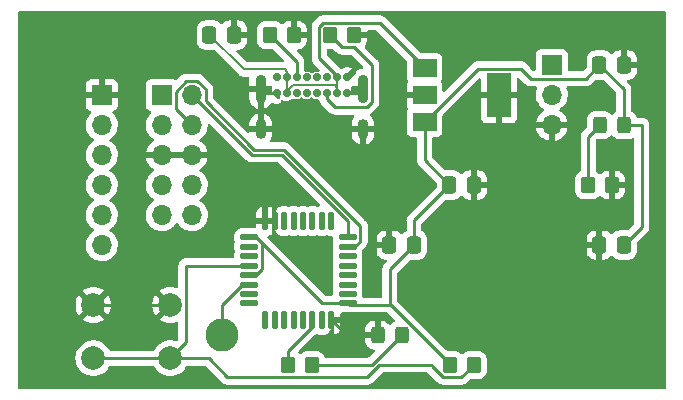
<source format=gbr>
%TF.GenerationSoftware,KiCad,Pcbnew,(6.0.5)*%
%TF.CreationDate,2024-02-02T14:17:11-06:00*%
%TF.ProjectId,exercise4_vbn3_ryfu2,65786572-6369-4736-9534-5f76626e335f,rev?*%
%TF.SameCoordinates,Original*%
%TF.FileFunction,Copper,L1,Top*%
%TF.FilePolarity,Positive*%
%FSLAX46Y46*%
G04 Gerber Fmt 4.6, Leading zero omitted, Abs format (unit mm)*
G04 Created by KiCad (PCBNEW (6.0.5)) date 2024-02-02 14:17:11*
%MOMM*%
%LPD*%
G01*
G04 APERTURE LIST*
G04 Aperture macros list*
%AMRoundRect*
0 Rectangle with rounded corners*
0 $1 Rounding radius*
0 $2 $3 $4 $5 $6 $7 $8 $9 X,Y pos of 4 corners*
0 Add a 4 corners polygon primitive as box body*
4,1,4,$2,$3,$4,$5,$6,$7,$8,$9,$2,$3,0*
0 Add four circle primitives for the rounded corners*
1,1,$1+$1,$2,$3*
1,1,$1+$1,$4,$5*
1,1,$1+$1,$6,$7*
1,1,$1+$1,$8,$9*
0 Add four rect primitives between the rounded corners*
20,1,$1+$1,$2,$3,$4,$5,0*
20,1,$1+$1,$4,$5,$6,$7,0*
20,1,$1+$1,$6,$7,$8,$9,0*
20,1,$1+$1,$8,$9,$2,$3,0*%
G04 Aperture macros list end*
%TA.AperFunction,ComponentPad*%
%ADD10C,0.700000*%
%TD*%
%TA.AperFunction,ComponentPad*%
%ADD11O,0.900000X1.700000*%
%TD*%
%TA.AperFunction,ComponentPad*%
%ADD12O,0.900000X2.400000*%
%TD*%
%TA.AperFunction,SMDPad,CuDef*%
%ADD13RoundRect,0.250000X-0.350000X-0.450000X0.350000X-0.450000X0.350000X0.450000X-0.350000X0.450000X0*%
%TD*%
%TA.AperFunction,ComponentPad*%
%ADD14R,1.700000X1.700000*%
%TD*%
%TA.AperFunction,ComponentPad*%
%ADD15O,1.700000X1.700000*%
%TD*%
%TA.AperFunction,SMDPad,CuDef*%
%ADD16RoundRect,0.125000X-0.625000X-0.125000X0.625000X-0.125000X0.625000X0.125000X-0.625000X0.125000X0*%
%TD*%
%TA.AperFunction,SMDPad,CuDef*%
%ADD17RoundRect,0.125000X-0.125000X-0.625000X0.125000X-0.625000X0.125000X0.625000X-0.125000X0.625000X0*%
%TD*%
%TA.AperFunction,SMDPad,CuDef*%
%ADD18R,2.000000X1.500000*%
%TD*%
%TA.AperFunction,SMDPad,CuDef*%
%ADD19R,2.000000X3.800000*%
%TD*%
%TA.AperFunction,ComponentPad*%
%ADD20C,2.800000*%
%TD*%
%TA.AperFunction,ComponentPad*%
%ADD21C,2.000000*%
%TD*%
%TA.AperFunction,SMDPad,CuDef*%
%ADD22RoundRect,0.250000X-0.325000X-0.450000X0.325000X-0.450000X0.325000X0.450000X-0.325000X0.450000X0*%
%TD*%
%TA.AperFunction,SMDPad,CuDef*%
%ADD23RoundRect,0.250000X-0.337500X-0.475000X0.337500X-0.475000X0.337500X0.475000X-0.337500X0.475000X0*%
%TD*%
%TA.AperFunction,Conductor*%
%ADD24C,0.250000*%
%TD*%
%TA.AperFunction,Conductor*%
%ADD25C,0.200000*%
%TD*%
G04 APERTURE END LIST*
D10*
%TO.P,J1,A1,GND*%
%TO.N,GND*%
X154505000Y-51855000D03*
%TO.P,J1,A4,VBUS*%
%TO.N,+5V*%
X155355000Y-51855000D03*
%TO.P,J1,A5,CC1*%
%TO.N,Net-(J1-PadA5)*%
X156205000Y-51855000D03*
%TO.P,J1,A6,D+*%
%TO.N,unconnected-(J1-PadA6)*%
X157055000Y-51855000D03*
%TO.P,J1,A7,D-*%
%TO.N,unconnected-(J1-PadA7)*%
X157905000Y-51855000D03*
%TO.P,J1,A8,SBU1*%
%TO.N,unconnected-(J1-PadA8)*%
X158755000Y-51855000D03*
%TO.P,J1,A9,VBUS*%
%TO.N,+5V*%
X159605000Y-51855000D03*
%TO.P,J1,A12,GND*%
%TO.N,GND*%
X160455000Y-51855000D03*
%TO.P,J1,B1,GND*%
X160455000Y-53205000D03*
%TO.P,J1,B4,VBUS*%
%TO.N,+5V*%
X159605000Y-53205000D03*
%TO.P,J1,B5,CC2*%
%TO.N,Net-(J1-PadB5)*%
X158755000Y-53205000D03*
%TO.P,J1,B6,D+*%
%TO.N,unconnected-(J1-PadB6)*%
X157905000Y-53205000D03*
%TO.P,J1,B7,D-*%
%TO.N,unconnected-(J1-PadB7)*%
X157055000Y-53205000D03*
%TO.P,J1,B8,SBU2*%
%TO.N,unconnected-(J1-PadB8)*%
X156205000Y-53205000D03*
%TO.P,J1,B9,VBUS*%
%TO.N,+5V*%
X155355000Y-53205000D03*
%TO.P,J1,B12,GND*%
%TO.N,GND*%
X154505000Y-53205000D03*
D11*
%TO.P,J1,S1,SHIELD*%
X161805000Y-56215000D03*
X153155000Y-56215000D03*
D12*
X161805000Y-52835000D03*
X153155000Y-52835000D03*
%TD*%
D13*
%TO.P,R5,1*%
%TO.N,Net-(J1-PadB5)*%
X159020000Y-48260000D03*
%TO.P,R5,2*%
%TO.N,GND*%
X161020000Y-48260000D03*
%TD*%
%TO.P,R4,1*%
%TO.N,Net-(J1-PadA5)*%
X153940000Y-48260000D03*
%TO.P,R4,2*%
%TO.N,GND*%
X155940000Y-48260000D03*
%TD*%
D14*
%TO.P,J4,1,Pin_1*%
%TO.N,GND*%
X139700000Y-53340000D03*
D15*
%TO.P,J4,2,Pin_2*%
%TO.N,/CTS*%
X139700000Y-55880000D03*
%TO.P,J4,3,Pin_3*%
%TO.N,unconnected-(J4-Pad3)*%
X139700000Y-58420000D03*
%TO.P,J4,4,Pin_4*%
%TO.N,/TX*%
X139700000Y-60960000D03*
%TO.P,J4,5,Pin_5*%
%TO.N,/RX*%
X139700000Y-63500000D03*
%TO.P,J4,6,Pin_6*%
%TO.N,/DTR*%
X139700000Y-66040000D03*
%TD*%
D14*
%TO.P,J3,1,Pin_1*%
%TO.N,/SCK*%
X177800000Y-50800000D03*
D15*
%TO.P,J3,2,Pin_2*%
%TO.N,/SDA*%
X177800000Y-53340000D03*
%TO.P,J3,3,Pin_3*%
%TO.N,GND*%
X177800000Y-55880000D03*
%TD*%
D14*
%TO.P,J2,1,Pin_1*%
%TO.N,/RST*%
X144780000Y-53340000D03*
D15*
%TO.P,J2,2,Pin_2*%
%TO.N,/SWCLK*%
X147320000Y-53340000D03*
%TO.P,J2,3,Pin_3*%
%TO.N,/SWIM*%
X144780000Y-55880000D03*
%TO.P,J2,4,Pin_4*%
%TO.N,/SWDIO*%
X147320000Y-55880000D03*
%TO.P,J2,5,Pin_5*%
%TO.N,GND*%
X144780000Y-58420000D03*
%TO.P,J2,6,Pin_6*%
X147320000Y-58420000D03*
%TO.P,J2,7,Pin_7*%
%TO.N,unconnected-(J2-Pad7)*%
X144780000Y-60960000D03*
%TO.P,J2,8,Pin_8*%
%TO.N,unconnected-(J2-Pad8)*%
X147320000Y-60960000D03*
%TO.P,J2,9,Pin_9*%
%TO.N,unconnected-(J2-Pad9)*%
X144780000Y-63500000D03*
%TO.P,J2,10,Pin_10*%
%TO.N,unconnected-(J2-Pad10)*%
X147320000Y-63500000D03*
%TD*%
D16*
%TO.P,U2,1,VDD*%
%TO.N,+3V3*%
X152165000Y-65390000D03*
%TO.P,U2,2,PC14*%
%TO.N,unconnected-(U2-Pad2)*%
X152165000Y-66190000D03*
%TO.P,U2,3,PC15*%
%TO.N,unconnected-(U2-Pad3)*%
X152165000Y-66990000D03*
%TO.P,U2,4,NRST*%
%TO.N,Net-(R3-Pad2)*%
X152165000Y-67790000D03*
%TO.P,U2,5,VDDA*%
%TO.N,+3V3*%
X152165000Y-68590000D03*
%TO.P,U2,6,PA0*%
%TO.N,Net-(U2-Pad6)*%
X152165000Y-69390000D03*
%TO.P,U2,7,PA1*%
%TO.N,unconnected-(U2-Pad7)*%
X152165000Y-70190000D03*
%TO.P,U2,8,PA2*%
%TO.N,unconnected-(U2-Pad8)*%
X152165000Y-70990000D03*
D17*
%TO.P,U2,9,PA3*%
%TO.N,unconnected-(U2-Pad9)*%
X153540000Y-72365000D03*
%TO.P,U2,10,PA4*%
%TO.N,unconnected-(U2-Pad10)*%
X154340000Y-72365000D03*
%TO.P,U2,11,PA5*%
%TO.N,unconnected-(U2-Pad11)*%
X155140000Y-72365000D03*
%TO.P,U2,12,PA6*%
%TO.N,unconnected-(U2-Pad12)*%
X155940000Y-72365000D03*
%TO.P,U2,13,PA7*%
%TO.N,unconnected-(U2-Pad13)*%
X156740000Y-72365000D03*
%TO.P,U2,14,PB0*%
%TO.N,Net-(R2-Pad1)*%
X157540000Y-72365000D03*
%TO.P,U2,15,PB1*%
%TO.N,unconnected-(U2-Pad15)*%
X158340000Y-72365000D03*
%TO.P,U2,16,VSS*%
%TO.N,GND*%
X159140000Y-72365000D03*
D16*
%TO.P,U2,17,VDD*%
%TO.N,+3V3*%
X160515000Y-70990000D03*
%TO.P,U2,18,PA8*%
%TO.N,unconnected-(U2-Pad18)*%
X160515000Y-70190000D03*
%TO.P,U2,19,PA9*%
%TO.N,unconnected-(U2-Pad19)*%
X160515000Y-69390000D03*
%TO.P,U2,20,PA10*%
%TO.N,unconnected-(U2-Pad20)*%
X160515000Y-68590000D03*
%TO.P,U2,21,PA11*%
%TO.N,unconnected-(U2-Pad21)*%
X160515000Y-67790000D03*
%TO.P,U2,22,PA12*%
%TO.N,unconnected-(U2-Pad22)*%
X160515000Y-66990000D03*
%TO.P,U2,23,PA13*%
%TO.N,/SWDIO*%
X160515000Y-66190000D03*
%TO.P,U2,24,PA14*%
%TO.N,/SWCLK*%
X160515000Y-65390000D03*
D17*
%TO.P,U2,25,PA15*%
%TO.N,unconnected-(U2-Pad25)*%
X159140000Y-64015000D03*
%TO.P,U2,26,PB3*%
%TO.N,unconnected-(U2-Pad26)*%
X158340000Y-64015000D03*
%TO.P,U2,27,PB4*%
%TO.N,unconnected-(U2-Pad27)*%
X157540000Y-64015000D03*
%TO.P,U2,28,PB5*%
%TO.N,unconnected-(U2-Pad28)*%
X156740000Y-64015000D03*
%TO.P,U2,29,PB6*%
%TO.N,unconnected-(U2-Pad29)*%
X155940000Y-64015000D03*
%TO.P,U2,30,PB7*%
%TO.N,unconnected-(U2-Pad30)*%
X155140000Y-64015000D03*
%TO.P,U2,31,BOOT0*%
%TO.N,GND*%
X154340000Y-64015000D03*
%TO.P,U2,32,VSS*%
X153540000Y-64015000D03*
%TD*%
D18*
%TO.P,U1,1,VI*%
%TO.N,+5V*%
X167030000Y-51040000D03*
D19*
%TO.P,U1,2,GND*%
%TO.N,GND*%
X173330000Y-53340000D03*
D18*
X167030000Y-53340000D03*
%TO.P,U1,3,VO*%
%TO.N,+3V3*%
X167030000Y-55640000D03*
%TD*%
D20*
%TO.P,TP1,1,1*%
%TO.N,Net-(U2-Pad6)*%
X149860000Y-73660000D03*
%TD*%
D21*
%TO.P,SW1,1,1*%
%TO.N,GND*%
X145490000Y-71120000D03*
X138990000Y-71120000D03*
%TO.P,SW1,2,2*%
%TO.N,Net-(R3-Pad2)*%
X138990000Y-75620000D03*
X145490000Y-75620000D03*
%TD*%
D13*
%TO.P,R3,2*%
%TO.N,Net-(R3-Pad2)*%
X171180000Y-76200000D03*
%TO.P,R3,1*%
%TO.N,+3V3*%
X169180000Y-76200000D03*
%TD*%
%TO.P,R2,1*%
%TO.N,Net-(R2-Pad1)*%
X155480000Y-76200000D03*
%TO.P,R2,2*%
%TO.N,Net-(R2-Pad2)*%
X157480000Y-76200000D03*
%TD*%
%TO.P,R1,1*%
%TO.N,Net-(D1-Pad1)*%
X180880000Y-60960000D03*
%TO.P,R1,2*%
%TO.N,GND*%
X182880000Y-60960000D03*
%TD*%
D22*
%TO.P,D2,1,K*%
%TO.N,GND*%
X163050000Y-73660000D03*
%TO.P,D2,2,A*%
%TO.N,Net-(R2-Pad2)*%
X165100000Y-73660000D03*
%TD*%
%TO.P,D1,1,K*%
%TO.N,Net-(D1-Pad1)*%
X181855000Y-55880000D03*
%TO.P,D1,2,A*%
%TO.N,+3V3*%
X183905000Y-55880000D03*
%TD*%
D23*
%TO.P,C5,1*%
%TO.N,+3V3*%
X181842500Y-50800000D03*
%TO.P,C5,2*%
%TO.N,GND*%
X183917500Y-50800000D03*
%TD*%
%TO.P,C4,1*%
%TO.N,+5V*%
X148822500Y-48260000D03*
%TO.P,C4,2*%
%TO.N,GND*%
X150897500Y-48260000D03*
%TD*%
%TO.P,C3,1*%
%TO.N,+3V3*%
X169142500Y-60960000D03*
%TO.P,C3,2*%
%TO.N,GND*%
X171217500Y-60960000D03*
%TD*%
%TO.P,C2,1*%
%TO.N,GND*%
X181842500Y-66040000D03*
%TO.P,C2,2*%
%TO.N,+3V3*%
X183917500Y-66040000D03*
%TD*%
%TO.P,C1,1*%
%TO.N,GND*%
X164062500Y-66040000D03*
%TO.P,C1,2*%
%TO.N,+3V3*%
X166137500Y-66040000D03*
%TD*%
D24*
%TO.N,GND*%
X166100000Y-53340000D02*
X167030000Y-53340000D01*
X161435000Y-53205000D02*
X161805000Y-52835000D01*
X160455000Y-53205000D02*
X161435000Y-53205000D01*
X153525000Y-53205000D02*
X153155000Y-52835000D01*
X154505000Y-53205000D02*
X153525000Y-53205000D01*
%TO.N,+3V3*%
X169180000Y-76152507D02*
X164147493Y-71120000D01*
X164147493Y-71120000D02*
X164100000Y-71120000D01*
X169180000Y-76200000D02*
X169180000Y-76152507D01*
%TO.N,Net-(R3-Pad2)*%
X170155480Y-77224520D02*
X171180000Y-76200000D01*
X168592027Y-77224520D02*
X170155480Y-77224520D01*
X167640000Y-76272493D02*
X168592027Y-77224520D01*
X163195717Y-76200000D02*
X167640000Y-76200000D01*
X150344520Y-77224520D02*
X162171197Y-77224520D01*
X167640000Y-76200000D02*
X167640000Y-76272493D01*
X148740000Y-75620000D02*
X150344520Y-77224520D01*
X162171197Y-77224520D02*
X163195717Y-76200000D01*
X145490000Y-75620000D02*
X148740000Y-75620000D01*
%TO.N,Net-(R2-Pad2)*%
X162560000Y-76200000D02*
X157480000Y-76200000D01*
X165100000Y-73660000D02*
X162560000Y-76200000D01*
%TO.N,GND*%
X160435000Y-73660000D02*
X159140000Y-72365000D01*
X163050000Y-73660000D02*
X160435000Y-73660000D01*
%TO.N,Net-(R3-Pad2)*%
X145490000Y-75620000D02*
X138990000Y-75620000D01*
X146820000Y-74290000D02*
X146820000Y-67790000D01*
X145490000Y-75620000D02*
X146820000Y-74290000D01*
%TO.N,GND*%
X145490000Y-71120000D02*
X138990000Y-71120000D01*
%TO.N,Net-(R2-Pad1)*%
X155480000Y-75010717D02*
X155480000Y-76200000D01*
X157540000Y-72950717D02*
X155480000Y-75010717D01*
X157540000Y-72365000D02*
X157540000Y-72950717D01*
X157480000Y-72425000D02*
X157540000Y-72365000D01*
D25*
%TO.N,+5V*%
X159605000Y-52710026D02*
X159425463Y-52530489D01*
D24*
%TO.N,Net-(R3-Pad2)*%
X146820000Y-67790000D02*
X152165000Y-67790000D01*
%TO.N,Net-(U2-Pad6)*%
X151579283Y-69390000D02*
X152165000Y-69390000D01*
X149860000Y-71109283D02*
X151579283Y-69390000D01*
X149860000Y-73660000D02*
X149860000Y-71109283D01*
%TO.N,+3V3*%
X185420000Y-64537500D02*
X183917500Y-66040000D01*
X185420000Y-55880000D02*
X185420000Y-64537500D01*
X183905000Y-55880000D02*
X185420000Y-55880000D01*
X152750717Y-68590000D02*
X152165000Y-68590000D01*
X153239520Y-68101197D02*
X152750717Y-68590000D01*
X153239520Y-65878803D02*
X153239520Y-68101197D01*
X152750717Y-65390000D02*
X153239520Y-65878803D01*
X152165000Y-65390000D02*
X152750717Y-65390000D01*
X152764022Y-65390000D02*
X152165000Y-65390000D01*
X158364022Y-70990000D02*
X152764022Y-65390000D01*
X160515000Y-70990000D02*
X158364022Y-70990000D01*
X160645000Y-71120000D02*
X160515000Y-70990000D01*
X164100000Y-71120000D02*
X160645000Y-71120000D01*
%TO.N,/SWDIO*%
X145954511Y-54514511D02*
X147320000Y-55880000D01*
X145954511Y-53044479D02*
X145954511Y-54514511D01*
X146833501Y-52165489D02*
X145954511Y-53044479D01*
X147806499Y-52165489D02*
X146833501Y-52165489D01*
X148494511Y-52853501D02*
X147806499Y-52165489D01*
X148494511Y-53878793D02*
X148494511Y-52853501D01*
X152586198Y-57970480D02*
X148494511Y-53878793D01*
X155116914Y-57970480D02*
X152586198Y-57970480D01*
X161589520Y-64443086D02*
X155116914Y-57970480D01*
X161589520Y-65701197D02*
X161589520Y-64443086D01*
X161100717Y-66190000D02*
X161589520Y-65701197D01*
X160515000Y-66190000D02*
X161100717Y-66190000D01*
%TO.N,/SWCLK*%
X154930717Y-58420000D02*
X152400000Y-58420000D01*
X160515000Y-64004283D02*
X154930717Y-58420000D01*
X160515000Y-65390000D02*
X160515000Y-64004283D01*
X152400000Y-58420000D02*
X147320000Y-53340000D01*
%TO.N,+3V3*%
X166137500Y-66040000D02*
X164100000Y-68077500D01*
X164100000Y-68077500D02*
X164100000Y-71120000D01*
X166137500Y-63965000D02*
X166137500Y-66040000D01*
X169142500Y-60960000D02*
X166137500Y-63965000D01*
X167030000Y-58847500D02*
X167030000Y-55640000D01*
X169142500Y-60960000D02*
X167030000Y-58847500D01*
%TO.N,Net-(D1-Pad1)*%
X180880000Y-56855000D02*
X180880000Y-60960000D01*
X181855000Y-55880000D02*
X180880000Y-56855000D01*
%TO.N,+3V3*%
X183905000Y-52862500D02*
X183905000Y-55880000D01*
X181842500Y-50800000D02*
X183905000Y-52862500D01*
D25*
%TO.N,+5V*%
X155355000Y-51360026D02*
X155355000Y-51855000D01*
X155175463Y-51180489D02*
X155355000Y-51360026D01*
X151742989Y-51180489D02*
X155175463Y-51180489D01*
X148822500Y-48260000D02*
X151742989Y-51180489D01*
D24*
X155355000Y-53029511D02*
X155355000Y-53205000D01*
D25*
X159425463Y-52530489D02*
X155854022Y-52530489D01*
X155854022Y-52530489D02*
X155355000Y-53029511D01*
D24*
X163225480Y-47235480D02*
X167030000Y-51040000D01*
X158432027Y-47235480D02*
X163225480Y-47235480D01*
X158095480Y-47572027D02*
X158432027Y-47235480D01*
X159605000Y-51751096D02*
X158095480Y-50241576D01*
X158095480Y-50241576D02*
X158095480Y-47572027D01*
%TO.N,Net-(J1-PadB5)*%
X162579520Y-53905816D02*
X162125816Y-54359520D01*
X162579520Y-50819520D02*
X162579520Y-53905816D01*
X158755000Y-53699974D02*
X158755000Y-53205000D01*
X161044520Y-49284520D02*
X162579520Y-50819520D01*
X160044520Y-49284520D02*
X161044520Y-49284520D01*
X162125816Y-54359520D02*
X159414546Y-54359520D01*
X159414546Y-54359520D02*
X158755000Y-53699974D01*
X159020000Y-48260000D02*
X160044520Y-49284520D01*
%TO.N,Net-(J1-PadA5)*%
X153940000Y-48260000D02*
X156205000Y-50525000D01*
X156205000Y-50525000D02*
X156205000Y-51855000D01*
D25*
%TO.N,+5V*%
X159605000Y-51855000D02*
X159605000Y-53205000D01*
X155355000Y-51855000D02*
X155355000Y-53205000D01*
D24*
%TO.N,+3V3*%
X175160978Y-51115489D02*
X171554511Y-51115489D01*
X171554511Y-51115489D02*
X167030000Y-55640000D01*
X176020000Y-51974511D02*
X175160978Y-51115489D01*
X180667989Y-51974511D02*
X176020000Y-51974511D01*
X181842500Y-50800000D02*
X180667989Y-51974511D01*
%TD*%
%TA.AperFunction,Conductor*%
%TO.N,GND*%
G36*
X187393621Y-46248502D02*
G01*
X187440114Y-46302158D01*
X187451500Y-46354500D01*
X187451500Y-78105500D01*
X187431498Y-78173621D01*
X187377842Y-78220114D01*
X187325500Y-78231500D01*
X132714500Y-78231500D01*
X132646379Y-78211498D01*
X132599886Y-78157842D01*
X132588500Y-78105500D01*
X132588500Y-75620000D01*
X137476835Y-75620000D01*
X137495465Y-75856711D01*
X137550895Y-76087594D01*
X137552788Y-76092165D01*
X137552789Y-76092167D01*
X137624807Y-76266034D01*
X137641760Y-76306963D01*
X137644346Y-76311183D01*
X137763241Y-76505202D01*
X137763245Y-76505208D01*
X137765824Y-76509416D01*
X137920031Y-76689969D01*
X138100584Y-76844176D01*
X138104792Y-76846755D01*
X138104798Y-76846759D01*
X138298817Y-76965654D01*
X138303037Y-76968240D01*
X138307607Y-76970133D01*
X138307611Y-76970135D01*
X138517833Y-77057211D01*
X138522406Y-77059105D01*
X138602609Y-77078360D01*
X138748476Y-77113380D01*
X138748482Y-77113381D01*
X138753289Y-77114535D01*
X138990000Y-77133165D01*
X139226711Y-77114535D01*
X139231518Y-77113381D01*
X139231524Y-77113380D01*
X139377391Y-77078360D01*
X139457594Y-77059105D01*
X139462167Y-77057211D01*
X139672389Y-76970135D01*
X139672393Y-76970133D01*
X139676963Y-76968240D01*
X139681183Y-76965654D01*
X139875202Y-76846759D01*
X139875208Y-76846755D01*
X139879416Y-76844176D01*
X140059969Y-76689969D01*
X140214176Y-76509416D01*
X140216755Y-76505208D01*
X140216759Y-76505202D01*
X140334133Y-76313665D01*
X140386781Y-76266034D01*
X140441566Y-76253500D01*
X144038434Y-76253500D01*
X144106555Y-76273502D01*
X144145867Y-76313665D01*
X144263241Y-76505202D01*
X144263245Y-76505208D01*
X144265824Y-76509416D01*
X144420031Y-76689969D01*
X144600584Y-76844176D01*
X144604792Y-76846755D01*
X144604798Y-76846759D01*
X144798817Y-76965654D01*
X144803037Y-76968240D01*
X144807607Y-76970133D01*
X144807611Y-76970135D01*
X145017833Y-77057211D01*
X145022406Y-77059105D01*
X145102609Y-77078360D01*
X145248476Y-77113380D01*
X145248482Y-77113381D01*
X145253289Y-77114535D01*
X145490000Y-77133165D01*
X145726711Y-77114535D01*
X145731518Y-77113381D01*
X145731524Y-77113380D01*
X145877391Y-77078360D01*
X145957594Y-77059105D01*
X145962167Y-77057211D01*
X146172389Y-76970135D01*
X146172393Y-76970133D01*
X146176963Y-76968240D01*
X146181183Y-76965654D01*
X146375202Y-76846759D01*
X146375208Y-76846755D01*
X146379416Y-76844176D01*
X146559969Y-76689969D01*
X146714176Y-76509416D01*
X146716755Y-76505208D01*
X146716759Y-76505202D01*
X146834133Y-76313665D01*
X146886781Y-76266034D01*
X146941566Y-76253500D01*
X148425406Y-76253500D01*
X148493527Y-76273502D01*
X148514501Y-76290405D01*
X149840868Y-77616773D01*
X149848408Y-77625059D01*
X149852520Y-77631538D01*
X149858297Y-77636963D01*
X149902171Y-77678163D01*
X149905013Y-77680918D01*
X149924750Y-77700655D01*
X149927947Y-77703135D01*
X149936967Y-77710838D01*
X149969199Y-77741106D01*
X149976145Y-77744925D01*
X149976148Y-77744927D01*
X149986954Y-77750868D01*
X150003473Y-77761719D01*
X150019479Y-77774134D01*
X150026748Y-77777279D01*
X150026752Y-77777282D01*
X150060057Y-77791694D01*
X150070706Y-77796910D01*
X150109460Y-77818215D01*
X150117135Y-77820186D01*
X150117136Y-77820186D01*
X150129082Y-77823253D01*
X150147786Y-77829657D01*
X150147789Y-77829658D01*
X150166375Y-77837701D01*
X150174198Y-77838940D01*
X150174208Y-77838943D01*
X150210044Y-77844619D01*
X150221664Y-77847025D01*
X150253479Y-77855193D01*
X150264490Y-77858020D01*
X150284744Y-77858020D01*
X150304454Y-77859571D01*
X150324463Y-77862740D01*
X150332355Y-77861994D01*
X150351100Y-77860222D01*
X150368482Y-77858579D01*
X150380339Y-77858020D01*
X162092430Y-77858020D01*
X162103613Y-77858547D01*
X162111106Y-77860222D01*
X162119032Y-77859973D01*
X162119033Y-77859973D01*
X162179183Y-77858082D01*
X162183142Y-77858020D01*
X162211053Y-77858020D01*
X162214988Y-77857523D01*
X162215053Y-77857515D01*
X162226890Y-77856582D01*
X162259148Y-77855568D01*
X162263167Y-77855442D01*
X162271086Y-77855193D01*
X162290540Y-77849541D01*
X162309897Y-77845533D01*
X162322127Y-77843988D01*
X162322128Y-77843988D01*
X162329994Y-77842994D01*
X162337365Y-77840075D01*
X162337367Y-77840075D01*
X162371109Y-77826716D01*
X162382339Y-77822871D01*
X162417180Y-77812749D01*
X162417181Y-77812749D01*
X162424790Y-77810538D01*
X162431609Y-77806505D01*
X162431614Y-77806503D01*
X162442225Y-77800227D01*
X162459973Y-77791532D01*
X162478814Y-77784072D01*
X162499184Y-77769273D01*
X162514584Y-77758084D01*
X162524504Y-77751568D01*
X162555732Y-77733100D01*
X162555735Y-77733098D01*
X162562559Y-77729062D01*
X162576880Y-77714741D01*
X162591914Y-77701900D01*
X162593629Y-77700654D01*
X162608304Y-77689992D01*
X162613354Y-77683888D01*
X162613359Y-77683883D01*
X162636490Y-77655922D01*
X162644480Y-77647141D01*
X163421218Y-76870404D01*
X163483530Y-76836379D01*
X163510313Y-76833500D01*
X167252913Y-76833500D01*
X167321034Y-76853502D01*
X167342008Y-76870405D01*
X168088370Y-77616767D01*
X168095914Y-77625057D01*
X168100027Y-77631538D01*
X168105804Y-77636963D01*
X168149694Y-77678178D01*
X168152521Y-77680918D01*
X168172257Y-77700654D01*
X168175447Y-77703128D01*
X168184474Y-77710838D01*
X168216706Y-77741106D01*
X168227885Y-77747252D01*
X168234459Y-77750866D01*
X168250983Y-77761719D01*
X168266986Y-77774133D01*
X168307566Y-77791694D01*
X168318200Y-77796903D01*
X168356967Y-77818215D01*
X168364644Y-77820186D01*
X168364649Y-77820188D01*
X168376585Y-77823252D01*
X168395293Y-77829657D01*
X168413882Y-77837701D01*
X168421707Y-77838940D01*
X168421709Y-77838941D01*
X168457546Y-77844617D01*
X168469167Y-77847024D01*
X168500986Y-77855193D01*
X168511997Y-77858020D01*
X168532258Y-77858020D01*
X168551967Y-77859571D01*
X168571970Y-77862739D01*
X168579862Y-77861993D01*
X168585089Y-77861499D01*
X168615981Y-77858579D01*
X168627838Y-77858020D01*
X170076713Y-77858020D01*
X170087896Y-77858547D01*
X170095389Y-77860222D01*
X170103315Y-77859973D01*
X170103316Y-77859973D01*
X170163466Y-77858082D01*
X170167425Y-77858020D01*
X170195336Y-77858020D01*
X170199271Y-77857523D01*
X170199336Y-77857515D01*
X170211173Y-77856582D01*
X170243431Y-77855568D01*
X170247450Y-77855442D01*
X170255369Y-77855193D01*
X170274823Y-77849541D01*
X170294180Y-77845533D01*
X170306410Y-77843988D01*
X170306411Y-77843988D01*
X170314277Y-77842994D01*
X170321648Y-77840075D01*
X170321650Y-77840075D01*
X170355392Y-77826716D01*
X170366622Y-77822871D01*
X170401463Y-77812749D01*
X170401464Y-77812749D01*
X170409073Y-77810538D01*
X170415892Y-77806505D01*
X170415897Y-77806503D01*
X170426508Y-77800227D01*
X170444256Y-77791532D01*
X170463097Y-77784072D01*
X170483467Y-77769273D01*
X170498867Y-77758084D01*
X170508787Y-77751568D01*
X170540015Y-77733100D01*
X170540018Y-77733098D01*
X170546842Y-77729062D01*
X170561163Y-77714741D01*
X170576197Y-77701900D01*
X170577912Y-77700654D01*
X170592587Y-77689992D01*
X170620778Y-77655915D01*
X170628768Y-77647136D01*
X170830499Y-77445405D01*
X170892811Y-77411379D01*
X170919594Y-77408500D01*
X171580400Y-77408500D01*
X171583646Y-77408163D01*
X171583650Y-77408163D01*
X171679308Y-77398238D01*
X171679312Y-77398237D01*
X171686166Y-77397526D01*
X171692702Y-77395345D01*
X171692704Y-77395345D01*
X171846998Y-77343868D01*
X171853946Y-77341550D01*
X172004348Y-77248478D01*
X172129305Y-77123303D01*
X172135422Y-77113380D01*
X172218275Y-76978968D01*
X172218276Y-76978966D01*
X172222115Y-76972738D01*
X172256057Y-76870405D01*
X172275632Y-76811389D01*
X172275632Y-76811387D01*
X172277797Y-76804861D01*
X172288500Y-76700400D01*
X172288500Y-75699600D01*
X172283401Y-75650456D01*
X172278238Y-75600692D01*
X172278237Y-75600688D01*
X172277526Y-75593834D01*
X172261809Y-75546723D01*
X172223868Y-75433002D01*
X172221550Y-75426054D01*
X172128478Y-75275652D01*
X172003303Y-75150695D01*
X171997072Y-75146854D01*
X171858968Y-75061725D01*
X171858966Y-75061724D01*
X171852738Y-75057885D01*
X171762224Y-75027863D01*
X171691389Y-75004368D01*
X171691387Y-75004368D01*
X171684861Y-75002203D01*
X171678025Y-75001503D01*
X171678022Y-75001502D01*
X171634969Y-74997091D01*
X171580400Y-74991500D01*
X170779600Y-74991500D01*
X170776354Y-74991837D01*
X170776350Y-74991837D01*
X170680692Y-75001762D01*
X170680688Y-75001763D01*
X170673834Y-75002474D01*
X170667298Y-75004655D01*
X170667296Y-75004655D01*
X170597734Y-75027863D01*
X170506054Y-75058450D01*
X170355652Y-75151522D01*
X170350479Y-75156704D01*
X170269216Y-75238109D01*
X170206934Y-75272188D01*
X170136114Y-75267185D01*
X170091025Y-75238264D01*
X170008483Y-75155866D01*
X170003303Y-75150695D01*
X169997072Y-75146854D01*
X169858968Y-75061725D01*
X169858966Y-75061724D01*
X169852738Y-75057885D01*
X169762224Y-75027863D01*
X169691389Y-75004368D01*
X169691387Y-75004368D01*
X169684861Y-75002203D01*
X169678025Y-75001503D01*
X169678022Y-75001502D01*
X169634969Y-74997091D01*
X169580400Y-74991500D01*
X168967087Y-74991500D01*
X168898966Y-74971498D01*
X168877992Y-74954595D01*
X164770405Y-70847007D01*
X164736379Y-70784695D01*
X164733500Y-70757912D01*
X164733500Y-68392094D01*
X164753502Y-68323973D01*
X164770405Y-68302999D01*
X165762999Y-67310405D01*
X165825311Y-67276379D01*
X165852094Y-67273500D01*
X166525400Y-67273500D01*
X166528646Y-67273163D01*
X166528650Y-67273163D01*
X166624308Y-67263238D01*
X166624312Y-67263237D01*
X166631166Y-67262526D01*
X166637702Y-67260345D01*
X166637704Y-67260345D01*
X166773951Y-67214889D01*
X166798946Y-67206550D01*
X166949348Y-67113478D01*
X167074305Y-66988303D01*
X167104112Y-66939947D01*
X167163275Y-66843968D01*
X167163276Y-66843966D01*
X167167115Y-66837738D01*
X167222797Y-66669861D01*
X167224850Y-66649829D01*
X167228786Y-66611407D01*
X167233500Y-66565400D01*
X167233500Y-66562095D01*
X180747001Y-66562095D01*
X180747338Y-66568614D01*
X180757257Y-66664206D01*
X180760149Y-66677600D01*
X180811588Y-66831784D01*
X180817761Y-66844962D01*
X180903063Y-66982807D01*
X180912099Y-66994208D01*
X181026829Y-67108739D01*
X181038240Y-67117751D01*
X181176243Y-67202816D01*
X181189424Y-67208963D01*
X181343710Y-67260138D01*
X181357086Y-67263005D01*
X181451438Y-67272672D01*
X181457854Y-67273000D01*
X181570385Y-67273000D01*
X181585624Y-67268525D01*
X181586829Y-67267135D01*
X181588500Y-67259452D01*
X181588500Y-66312115D01*
X181584025Y-66296876D01*
X181582635Y-66295671D01*
X181574952Y-66294000D01*
X180765116Y-66294000D01*
X180749877Y-66298475D01*
X180748672Y-66299865D01*
X180747001Y-66307548D01*
X180747001Y-66562095D01*
X167233500Y-66562095D01*
X167233500Y-65767885D01*
X180747000Y-65767885D01*
X180751475Y-65783124D01*
X180752865Y-65784329D01*
X180760548Y-65786000D01*
X181570385Y-65786000D01*
X181585624Y-65781525D01*
X181586829Y-65780135D01*
X181588500Y-65772452D01*
X181588500Y-64825116D01*
X181584025Y-64809877D01*
X181582635Y-64808672D01*
X181574952Y-64807001D01*
X181457905Y-64807001D01*
X181451386Y-64807338D01*
X181355794Y-64817257D01*
X181342400Y-64820149D01*
X181188216Y-64871588D01*
X181175038Y-64877761D01*
X181037193Y-64963063D01*
X181025792Y-64972099D01*
X180911261Y-65086829D01*
X180902249Y-65098240D01*
X180817184Y-65236243D01*
X180811037Y-65249424D01*
X180759862Y-65403710D01*
X180756995Y-65417086D01*
X180747328Y-65511438D01*
X180747000Y-65517855D01*
X180747000Y-65767885D01*
X167233500Y-65767885D01*
X167233500Y-65514600D01*
X167233163Y-65511350D01*
X167223238Y-65415692D01*
X167223237Y-65415688D01*
X167222526Y-65408834D01*
X167219412Y-65399498D01*
X167168868Y-65248002D01*
X167166550Y-65241054D01*
X167073478Y-65090652D01*
X166948303Y-64965695D01*
X166830883Y-64893316D01*
X166783391Y-64840545D01*
X166771000Y-64786057D01*
X166771000Y-64279594D01*
X166791002Y-64211473D01*
X166807905Y-64190499D01*
X168768000Y-62230405D01*
X168830312Y-62196379D01*
X168857095Y-62193500D01*
X169530400Y-62193500D01*
X169533646Y-62193163D01*
X169533650Y-62193163D01*
X169629308Y-62183238D01*
X169629312Y-62183237D01*
X169636166Y-62182526D01*
X169642702Y-62180345D01*
X169642704Y-62180345D01*
X169796998Y-62128868D01*
X169803946Y-62126550D01*
X169954348Y-62033478D01*
X169975852Y-62011937D01*
X170074131Y-61913486D01*
X170079305Y-61908303D01*
X170082102Y-61903765D01*
X170139353Y-61863176D01*
X170210276Y-61859946D01*
X170271687Y-61895572D01*
X170279062Y-61904068D01*
X170287098Y-61914207D01*
X170401829Y-62028739D01*
X170413240Y-62037751D01*
X170551243Y-62122816D01*
X170564424Y-62128963D01*
X170718710Y-62180138D01*
X170732086Y-62183005D01*
X170826438Y-62192672D01*
X170832854Y-62193000D01*
X170945385Y-62193000D01*
X170960624Y-62188525D01*
X170961829Y-62187135D01*
X170963500Y-62179452D01*
X170963500Y-62174884D01*
X171471500Y-62174884D01*
X171475975Y-62190123D01*
X171477365Y-62191328D01*
X171485048Y-62192999D01*
X171602095Y-62192999D01*
X171608614Y-62192662D01*
X171704206Y-62182743D01*
X171717600Y-62179851D01*
X171871784Y-62128412D01*
X171884962Y-62122239D01*
X172022807Y-62036937D01*
X172034208Y-62027901D01*
X172148739Y-61913171D01*
X172157751Y-61901760D01*
X172242816Y-61763757D01*
X172248963Y-61750576D01*
X172300138Y-61596290D01*
X172303005Y-61582914D01*
X172312672Y-61488562D01*
X172313000Y-61482146D01*
X172313000Y-61232115D01*
X172308525Y-61216876D01*
X172307135Y-61215671D01*
X172299452Y-61214000D01*
X171489615Y-61214000D01*
X171474376Y-61218475D01*
X171473171Y-61219865D01*
X171471500Y-61227548D01*
X171471500Y-62174884D01*
X170963500Y-62174884D01*
X170963500Y-60687885D01*
X171471500Y-60687885D01*
X171475975Y-60703124D01*
X171477365Y-60704329D01*
X171485048Y-60706000D01*
X172294884Y-60706000D01*
X172310123Y-60701525D01*
X172311328Y-60700135D01*
X172312999Y-60692452D01*
X172312999Y-60437905D01*
X172312662Y-60431386D01*
X172302743Y-60335794D01*
X172299851Y-60322400D01*
X172248412Y-60168216D01*
X172242239Y-60155038D01*
X172156937Y-60017193D01*
X172147901Y-60005792D01*
X172033171Y-59891261D01*
X172021760Y-59882249D01*
X171883757Y-59797184D01*
X171870576Y-59791037D01*
X171716290Y-59739862D01*
X171702914Y-59736995D01*
X171608562Y-59727328D01*
X171602145Y-59727000D01*
X171489615Y-59727000D01*
X171474376Y-59731475D01*
X171473171Y-59732865D01*
X171471500Y-59740548D01*
X171471500Y-60687885D01*
X170963500Y-60687885D01*
X170963500Y-59745116D01*
X170959025Y-59729877D01*
X170957635Y-59728672D01*
X170949952Y-59727001D01*
X170832905Y-59727001D01*
X170826386Y-59727338D01*
X170730794Y-59737257D01*
X170717400Y-59740149D01*
X170563216Y-59791588D01*
X170550038Y-59797761D01*
X170412193Y-59883063D01*
X170400792Y-59892099D01*
X170286262Y-60006828D01*
X170279206Y-60015762D01*
X170221288Y-60056823D01*
X170150365Y-60060053D01*
X170088954Y-60024426D01*
X170082154Y-60016593D01*
X170078478Y-60010652D01*
X169953303Y-59885695D01*
X169863941Y-59830611D01*
X169808968Y-59796725D01*
X169808966Y-59796724D01*
X169802738Y-59792885D01*
X169709607Y-59761995D01*
X169641389Y-59739368D01*
X169641387Y-59739368D01*
X169634861Y-59737203D01*
X169628025Y-59736503D01*
X169628022Y-59736502D01*
X169584969Y-59732091D01*
X169530400Y-59726500D01*
X168857094Y-59726500D01*
X168788973Y-59706498D01*
X168767999Y-59689595D01*
X167700405Y-58622000D01*
X167666379Y-58559688D01*
X167663500Y-58532905D01*
X167663500Y-57024500D01*
X167683502Y-56956379D01*
X167737158Y-56909886D01*
X167789500Y-56898500D01*
X168078134Y-56898500D01*
X168140316Y-56891745D01*
X168276705Y-56840615D01*
X168393261Y-56753261D01*
X168480615Y-56636705D01*
X168531745Y-56500316D01*
X168538500Y-56438134D01*
X168538500Y-56147966D01*
X176468257Y-56147966D01*
X176498565Y-56282446D01*
X176501645Y-56292275D01*
X176581770Y-56489603D01*
X176586413Y-56498794D01*
X176697694Y-56680388D01*
X176703777Y-56688699D01*
X176843213Y-56849667D01*
X176850580Y-56856883D01*
X177014434Y-56992916D01*
X177022881Y-56998831D01*
X177206756Y-57106279D01*
X177216042Y-57110729D01*
X177415001Y-57186703D01*
X177424899Y-57189579D01*
X177528250Y-57210606D01*
X177542299Y-57209410D01*
X177546000Y-57199065D01*
X177546000Y-57198517D01*
X178054000Y-57198517D01*
X178058064Y-57212359D01*
X178071478Y-57214393D01*
X178078184Y-57213534D01*
X178088262Y-57211392D01*
X178292255Y-57150191D01*
X178301842Y-57146433D01*
X178493095Y-57052739D01*
X178501945Y-57047464D01*
X178675328Y-56923792D01*
X178683200Y-56917139D01*
X178834052Y-56766812D01*
X178840730Y-56758965D01*
X178965003Y-56586020D01*
X178970313Y-56577183D01*
X179064670Y-56386267D01*
X179068469Y-56376672D01*
X179130377Y-56172910D01*
X179132555Y-56162837D01*
X179133986Y-56151962D01*
X179131775Y-56137778D01*
X179118617Y-56134000D01*
X178072115Y-56134000D01*
X178056876Y-56138475D01*
X178055671Y-56139865D01*
X178054000Y-56147548D01*
X178054000Y-57198517D01*
X177546000Y-57198517D01*
X177546000Y-56152115D01*
X177541525Y-56136876D01*
X177540135Y-56135671D01*
X177532452Y-56134000D01*
X176483225Y-56134000D01*
X176469694Y-56137973D01*
X176468257Y-56147966D01*
X168538500Y-56147966D01*
X168538500Y-55284669D01*
X171822001Y-55284669D01*
X171822371Y-55291490D01*
X171827895Y-55342352D01*
X171831521Y-55357604D01*
X171876676Y-55478054D01*
X171885214Y-55493649D01*
X171961715Y-55595724D01*
X171974276Y-55608285D01*
X172076351Y-55684786D01*
X172091946Y-55693324D01*
X172212394Y-55738478D01*
X172227649Y-55742105D01*
X172278514Y-55747631D01*
X172285328Y-55748000D01*
X173057885Y-55748000D01*
X173073124Y-55743525D01*
X173074329Y-55742135D01*
X173076000Y-55734452D01*
X173076000Y-55729884D01*
X173584000Y-55729884D01*
X173588475Y-55745123D01*
X173589865Y-55746328D01*
X173597548Y-55747999D01*
X174374669Y-55747999D01*
X174381490Y-55747629D01*
X174432352Y-55742105D01*
X174447604Y-55738479D01*
X174568054Y-55693324D01*
X174583649Y-55684786D01*
X174685724Y-55608285D01*
X174698285Y-55595724D01*
X174774786Y-55493649D01*
X174783324Y-55478054D01*
X174828478Y-55357606D01*
X174832105Y-55342351D01*
X174837631Y-55291486D01*
X174838000Y-55284672D01*
X174838000Y-53612115D01*
X174833525Y-53596876D01*
X174832135Y-53595671D01*
X174824452Y-53594000D01*
X173602115Y-53594000D01*
X173586876Y-53598475D01*
X173585671Y-53599865D01*
X173584000Y-53607548D01*
X173584000Y-55729884D01*
X173076000Y-55729884D01*
X173076000Y-53612115D01*
X173071525Y-53596876D01*
X173070135Y-53595671D01*
X173062452Y-53594000D01*
X171840116Y-53594000D01*
X171824877Y-53598475D01*
X171823672Y-53599865D01*
X171822001Y-53607548D01*
X171822001Y-55284669D01*
X168538500Y-55284669D01*
X168538500Y-55079594D01*
X168558502Y-55011473D01*
X168575405Y-54990499D01*
X171606905Y-51959000D01*
X171669217Y-51924974D01*
X171740033Y-51930039D01*
X171796868Y-51972586D01*
X171821679Y-52039106D01*
X171822000Y-52048095D01*
X171822000Y-53067885D01*
X171826475Y-53083124D01*
X171827865Y-53084329D01*
X171835548Y-53086000D01*
X174819884Y-53086000D01*
X174835123Y-53081525D01*
X174836328Y-53080135D01*
X174837999Y-53072452D01*
X174837999Y-51992604D01*
X174858001Y-51924483D01*
X174911657Y-51877990D01*
X174981931Y-51867886D01*
X175046511Y-51897380D01*
X175053094Y-51903509D01*
X175516343Y-52366758D01*
X175523887Y-52375048D01*
X175528000Y-52381529D01*
X175533777Y-52386954D01*
X175577667Y-52428169D01*
X175580509Y-52430924D01*
X175600231Y-52450646D01*
X175603355Y-52453069D01*
X175603359Y-52453073D01*
X175603424Y-52453123D01*
X175612445Y-52460828D01*
X175644679Y-52491097D01*
X175651627Y-52494916D01*
X175651629Y-52494918D01*
X175662432Y-52500857D01*
X175678959Y-52511713D01*
X175688698Y-52519268D01*
X175688700Y-52519269D01*
X175694960Y-52524125D01*
X175735540Y-52541685D01*
X175746188Y-52546902D01*
X175774112Y-52562253D01*
X175784940Y-52568206D01*
X175792616Y-52570177D01*
X175792619Y-52570178D01*
X175804562Y-52573244D01*
X175823266Y-52579648D01*
X175829795Y-52582473D01*
X175841855Y-52587692D01*
X175849678Y-52588931D01*
X175849688Y-52588934D01*
X175885524Y-52594610D01*
X175897144Y-52597016D01*
X175928959Y-52605184D01*
X175939970Y-52608011D01*
X175960224Y-52608011D01*
X175979934Y-52609562D01*
X175999943Y-52612731D01*
X176007835Y-52611985D01*
X176026580Y-52610213D01*
X176043962Y-52608570D01*
X176055819Y-52608011D01*
X176444576Y-52608011D01*
X176512697Y-52628013D01*
X176559190Y-52681669D01*
X176569294Y-52751943D01*
X176558864Y-52787061D01*
X176528461Y-52852560D01*
X176520688Y-52869305D01*
X176460989Y-53084570D01*
X176437251Y-53306695D01*
X176437548Y-53311848D01*
X176437548Y-53311851D01*
X176443011Y-53406590D01*
X176450110Y-53529715D01*
X176451247Y-53534761D01*
X176451248Y-53534767D01*
X176465606Y-53598475D01*
X176499222Y-53747639D01*
X176583266Y-53954616D01*
X176594464Y-53972890D01*
X176696509Y-54139412D01*
X176699987Y-54145088D01*
X176846250Y-54313938D01*
X177018126Y-54456632D01*
X177066214Y-54484732D01*
X177091955Y-54499774D01*
X177140679Y-54551412D01*
X177153750Y-54621195D01*
X177127019Y-54686967D01*
X177086562Y-54720327D01*
X177078457Y-54724546D01*
X177069738Y-54730036D01*
X176899433Y-54857905D01*
X176891726Y-54864748D01*
X176744590Y-55018717D01*
X176738104Y-55026727D01*
X176618098Y-55202649D01*
X176613000Y-55211623D01*
X176523338Y-55404783D01*
X176519775Y-55414470D01*
X176464389Y-55614183D01*
X176465912Y-55622607D01*
X176478292Y-55626000D01*
X179118344Y-55626000D01*
X179131875Y-55622027D01*
X179133180Y-55612947D01*
X179091214Y-55445875D01*
X179087894Y-55436124D01*
X179002972Y-55240814D01*
X178998105Y-55231739D01*
X178882426Y-55052926D01*
X178876136Y-55044757D01*
X178732806Y-54887240D01*
X178725273Y-54880215D01*
X178558139Y-54748222D01*
X178549556Y-54742520D01*
X178512602Y-54722120D01*
X178462631Y-54671687D01*
X178447859Y-54602245D01*
X178472975Y-54535839D01*
X178500327Y-54509232D01*
X178540574Y-54480524D01*
X178679860Y-54381173D01*
X178838096Y-54223489D01*
X178849511Y-54207604D01*
X178965435Y-54046277D01*
X178968453Y-54042077D01*
X178972233Y-54034430D01*
X179065136Y-53846453D01*
X179065137Y-53846451D01*
X179067430Y-53841811D01*
X179122246Y-53661390D01*
X179130865Y-53633023D01*
X179130865Y-53633021D01*
X179132370Y-53628069D01*
X179161529Y-53406590D01*
X179163156Y-53340000D01*
X179144852Y-53117361D01*
X179090431Y-52900702D01*
X179039797Y-52784252D01*
X179030977Y-52713807D01*
X179061644Y-52649775D01*
X179122060Y-52612487D01*
X179155347Y-52608011D01*
X180589222Y-52608011D01*
X180600405Y-52608538D01*
X180607898Y-52610213D01*
X180615824Y-52609964D01*
X180615825Y-52609964D01*
X180675975Y-52608073D01*
X180679934Y-52608011D01*
X180707845Y-52608011D01*
X180711780Y-52607514D01*
X180711845Y-52607506D01*
X180723682Y-52606573D01*
X180755940Y-52605559D01*
X180759959Y-52605433D01*
X180767878Y-52605184D01*
X180787332Y-52599532D01*
X180806689Y-52595524D01*
X180818919Y-52593979D01*
X180818920Y-52593979D01*
X180826786Y-52592985D01*
X180834157Y-52590066D01*
X180834159Y-52590066D01*
X180867901Y-52576707D01*
X180879131Y-52572862D01*
X180913972Y-52562740D01*
X180913973Y-52562740D01*
X180921582Y-52560529D01*
X180928401Y-52556496D01*
X180928406Y-52556494D01*
X180939017Y-52550218D01*
X180956765Y-52541523D01*
X180975606Y-52534063D01*
X181008570Y-52510114D01*
X181011376Y-52508075D01*
X181021296Y-52501559D01*
X181052524Y-52483091D01*
X181052527Y-52483089D01*
X181059351Y-52479053D01*
X181073672Y-52464732D01*
X181088706Y-52451891D01*
X181090420Y-52450646D01*
X181105096Y-52439983D01*
X181133287Y-52405906D01*
X181141277Y-52397127D01*
X181467999Y-52070405D01*
X181530311Y-52036379D01*
X181557094Y-52033500D01*
X182127906Y-52033500D01*
X182196027Y-52053502D01*
X182217001Y-52070405D01*
X183234595Y-53087999D01*
X183268621Y-53150311D01*
X183271500Y-53177094D01*
X183271500Y-54658689D01*
X183251498Y-54726810D01*
X183211804Y-54765833D01*
X183105652Y-54831522D01*
X183100479Y-54836704D01*
X183091915Y-54845283D01*
X182980695Y-54956697D01*
X182978094Y-54960916D01*
X182920970Y-55001417D01*
X182850047Y-55004649D01*
X182788635Y-54969024D01*
X182782078Y-54961470D01*
X182778478Y-54955652D01*
X182653303Y-54830695D01*
X182639590Y-54822242D01*
X182508968Y-54741725D01*
X182508966Y-54741724D01*
X182502738Y-54737885D01*
X182393803Y-54701753D01*
X182341389Y-54684368D01*
X182341387Y-54684368D01*
X182334861Y-54682203D01*
X182328025Y-54681503D01*
X182328022Y-54681502D01*
X182284969Y-54677091D01*
X182230400Y-54671500D01*
X181479600Y-54671500D01*
X181476354Y-54671837D01*
X181476350Y-54671837D01*
X181380692Y-54681762D01*
X181380688Y-54681763D01*
X181373834Y-54682474D01*
X181367298Y-54684655D01*
X181367296Y-54684655D01*
X181340584Y-54693567D01*
X181206054Y-54738450D01*
X181055652Y-54831522D01*
X181050479Y-54836704D01*
X181041915Y-54845283D01*
X180930695Y-54956697D01*
X180926855Y-54962927D01*
X180926854Y-54962928D01*
X180895976Y-55013022D01*
X180837885Y-55107262D01*
X180835581Y-55114209D01*
X180792462Y-55244210D01*
X180782203Y-55275139D01*
X180781503Y-55281975D01*
X180781502Y-55281978D01*
X180778287Y-55313360D01*
X180771500Y-55379600D01*
X180771500Y-56015405D01*
X180751498Y-56083526D01*
X180734595Y-56104500D01*
X180487747Y-56351348D01*
X180479461Y-56358888D01*
X180472982Y-56363000D01*
X180467557Y-56368777D01*
X180426357Y-56412651D01*
X180423602Y-56415493D01*
X180403865Y-56435230D01*
X180401385Y-56438427D01*
X180393682Y-56447447D01*
X180363414Y-56479679D01*
X180359595Y-56486625D01*
X180359593Y-56486628D01*
X180353652Y-56497434D01*
X180342801Y-56513953D01*
X180330386Y-56529959D01*
X180327241Y-56537228D01*
X180327238Y-56537232D01*
X180312826Y-56570537D01*
X180307609Y-56581187D01*
X180286305Y-56619940D01*
X180282001Y-56636705D01*
X180281267Y-56639562D01*
X180274863Y-56658266D01*
X180271161Y-56666822D01*
X180266819Y-56676855D01*
X180265580Y-56684678D01*
X180265577Y-56684688D01*
X180259901Y-56720524D01*
X180257495Y-56732144D01*
X180248511Y-56767137D01*
X180246500Y-56774970D01*
X180246500Y-56795224D01*
X180244949Y-56814934D01*
X180241780Y-56834943D01*
X180242526Y-56842835D01*
X180245941Y-56878961D01*
X180246500Y-56890819D01*
X180246500Y-59723219D01*
X180226498Y-59791340D01*
X180186803Y-59830363D01*
X180055652Y-59911522D01*
X179930695Y-60036697D01*
X179837885Y-60187262D01*
X179782203Y-60355139D01*
X179771500Y-60459600D01*
X179771500Y-61460400D01*
X179771837Y-61463646D01*
X179771837Y-61463650D01*
X179781618Y-61557914D01*
X179782474Y-61566166D01*
X179784655Y-61572702D01*
X179784655Y-61572704D01*
X179814790Y-61663028D01*
X179838450Y-61733946D01*
X179931522Y-61884348D01*
X180056697Y-62009305D01*
X180062927Y-62013145D01*
X180062928Y-62013146D01*
X180200288Y-62097816D01*
X180207262Y-62102115D01*
X180259604Y-62119476D01*
X180368611Y-62155632D01*
X180368613Y-62155632D01*
X180375139Y-62157797D01*
X180381975Y-62158497D01*
X180381978Y-62158498D01*
X180425031Y-62162909D01*
X180479600Y-62168500D01*
X181280400Y-62168500D01*
X181283646Y-62168163D01*
X181283650Y-62168163D01*
X181379308Y-62158238D01*
X181379312Y-62158237D01*
X181386166Y-62157526D01*
X181392702Y-62155345D01*
X181392704Y-62155345D01*
X181524806Y-62111272D01*
X181553946Y-62101550D01*
X181704348Y-62008478D01*
X181775462Y-61937240D01*
X181791138Y-61921537D01*
X181853421Y-61887458D01*
X181924241Y-61892461D01*
X181969329Y-61921382D01*
X182051829Y-62003739D01*
X182063240Y-62012751D01*
X182201243Y-62097816D01*
X182214424Y-62103963D01*
X182368710Y-62155138D01*
X182382086Y-62158005D01*
X182476438Y-62167672D01*
X182482854Y-62168000D01*
X182607885Y-62168000D01*
X182623124Y-62163525D01*
X182624329Y-62162135D01*
X182626000Y-62154452D01*
X182626000Y-62149884D01*
X183134000Y-62149884D01*
X183138475Y-62165123D01*
X183139865Y-62166328D01*
X183147548Y-62167999D01*
X183277095Y-62167999D01*
X183283614Y-62167662D01*
X183379206Y-62157743D01*
X183392600Y-62154851D01*
X183546784Y-62103412D01*
X183559962Y-62097239D01*
X183697807Y-62011937D01*
X183709208Y-62002901D01*
X183823739Y-61888171D01*
X183832751Y-61876760D01*
X183917816Y-61738757D01*
X183923963Y-61725576D01*
X183975138Y-61571290D01*
X183978005Y-61557914D01*
X183987672Y-61463562D01*
X183988000Y-61457146D01*
X183988000Y-61232115D01*
X183983525Y-61216876D01*
X183982135Y-61215671D01*
X183974452Y-61214000D01*
X183152115Y-61214000D01*
X183136876Y-61218475D01*
X183135671Y-61219865D01*
X183134000Y-61227548D01*
X183134000Y-62149884D01*
X182626000Y-62149884D01*
X182626000Y-60687885D01*
X183134000Y-60687885D01*
X183138475Y-60703124D01*
X183139865Y-60704329D01*
X183147548Y-60706000D01*
X183969884Y-60706000D01*
X183985123Y-60701525D01*
X183986328Y-60700135D01*
X183987999Y-60692452D01*
X183987999Y-60462905D01*
X183987662Y-60456386D01*
X183977743Y-60360794D01*
X183974851Y-60347400D01*
X183923412Y-60193216D01*
X183917239Y-60180038D01*
X183831937Y-60042193D01*
X183822901Y-60030792D01*
X183708171Y-59916261D01*
X183696760Y-59907249D01*
X183558757Y-59822184D01*
X183545576Y-59816037D01*
X183391290Y-59764862D01*
X183377914Y-59761995D01*
X183283562Y-59752328D01*
X183277145Y-59752000D01*
X183152115Y-59752000D01*
X183136876Y-59756475D01*
X183135671Y-59757865D01*
X183134000Y-59765548D01*
X183134000Y-60687885D01*
X182626000Y-60687885D01*
X182626000Y-59770116D01*
X182621525Y-59754877D01*
X182620135Y-59753672D01*
X182612452Y-59752001D01*
X182482905Y-59752001D01*
X182476386Y-59752338D01*
X182380794Y-59762257D01*
X182367400Y-59765149D01*
X182213216Y-59816588D01*
X182200038Y-59822761D01*
X182062193Y-59908063D01*
X182050792Y-59917099D01*
X181969570Y-59998462D01*
X181907287Y-60032541D01*
X181836467Y-60027538D01*
X181791380Y-59998617D01*
X181708488Y-59915870D01*
X181708483Y-59915866D01*
X181703303Y-59910695D01*
X181673135Y-59892099D01*
X181573384Y-59830611D01*
X181525890Y-59777838D01*
X181513500Y-59723351D01*
X181513500Y-57214500D01*
X181533502Y-57146379D01*
X181587158Y-57099886D01*
X181639500Y-57088500D01*
X182230400Y-57088500D01*
X182233646Y-57088163D01*
X182233650Y-57088163D01*
X182329308Y-57078238D01*
X182329312Y-57078237D01*
X182336166Y-57077526D01*
X182342702Y-57075345D01*
X182342704Y-57075345D01*
X182495104Y-57024500D01*
X182503946Y-57021550D01*
X182654348Y-56928478D01*
X182779305Y-56803303D01*
X182781906Y-56799084D01*
X182839030Y-56758583D01*
X182909953Y-56755351D01*
X182971365Y-56790976D01*
X182977922Y-56798530D01*
X182981522Y-56804348D01*
X183106697Y-56929305D01*
X183112927Y-56933145D01*
X183112928Y-56933146D01*
X183250090Y-57017694D01*
X183257262Y-57022115D01*
X183264453Y-57024500D01*
X183418611Y-57075632D01*
X183418613Y-57075632D01*
X183425139Y-57077797D01*
X183431975Y-57078497D01*
X183431978Y-57078498D01*
X183475031Y-57082909D01*
X183529600Y-57088500D01*
X184280400Y-57088500D01*
X184283646Y-57088163D01*
X184283650Y-57088163D01*
X184379308Y-57078238D01*
X184379312Y-57078237D01*
X184386166Y-57077526D01*
X184392702Y-57075345D01*
X184392704Y-57075345D01*
X184545104Y-57024500D01*
X184553946Y-57021550D01*
X184590443Y-56998965D01*
X184594197Y-56996642D01*
X184662649Y-56977804D01*
X184730419Y-56998965D01*
X184775990Y-57053406D01*
X184786500Y-57103786D01*
X184786500Y-64222906D01*
X184766498Y-64291027D01*
X184749595Y-64312001D01*
X184292001Y-64769595D01*
X184229689Y-64803621D01*
X184202906Y-64806500D01*
X183529600Y-64806500D01*
X183526354Y-64806837D01*
X183526350Y-64806837D01*
X183430692Y-64816762D01*
X183430688Y-64816763D01*
X183423834Y-64817474D01*
X183417298Y-64819655D01*
X183417296Y-64819655D01*
X183354682Y-64840545D01*
X183256054Y-64873450D01*
X183105652Y-64966522D01*
X182980695Y-65091697D01*
X182977898Y-65096235D01*
X182920647Y-65136824D01*
X182849724Y-65140054D01*
X182788313Y-65104428D01*
X182780938Y-65095932D01*
X182772902Y-65085793D01*
X182658171Y-64971261D01*
X182646760Y-64962249D01*
X182508757Y-64877184D01*
X182495576Y-64871037D01*
X182341290Y-64819862D01*
X182327914Y-64816995D01*
X182233562Y-64807328D01*
X182227145Y-64807000D01*
X182114615Y-64807000D01*
X182099376Y-64811475D01*
X182098171Y-64812865D01*
X182096500Y-64820548D01*
X182096500Y-67254884D01*
X182100975Y-67270123D01*
X182102365Y-67271328D01*
X182110048Y-67272999D01*
X182227095Y-67272999D01*
X182233614Y-67272662D01*
X182329206Y-67262743D01*
X182342600Y-67259851D01*
X182496784Y-67208412D01*
X182509962Y-67202239D01*
X182647807Y-67116937D01*
X182659208Y-67107901D01*
X182773738Y-66993172D01*
X182780794Y-66984238D01*
X182838712Y-66943177D01*
X182909635Y-66939947D01*
X182971046Y-66975574D01*
X182977846Y-66983407D01*
X182981522Y-66989348D01*
X183106697Y-67114305D01*
X183112927Y-67118145D01*
X183112928Y-67118146D01*
X183250288Y-67202816D01*
X183257262Y-67207115D01*
X183305254Y-67223033D01*
X183418611Y-67260632D01*
X183418613Y-67260632D01*
X183425139Y-67262797D01*
X183431975Y-67263497D01*
X183431978Y-67263498D01*
X183475022Y-67267908D01*
X183529600Y-67273500D01*
X184305400Y-67273500D01*
X184308646Y-67273163D01*
X184308650Y-67273163D01*
X184404308Y-67263238D01*
X184404312Y-67263237D01*
X184411166Y-67262526D01*
X184417702Y-67260345D01*
X184417704Y-67260345D01*
X184553951Y-67214889D01*
X184578946Y-67206550D01*
X184729348Y-67113478D01*
X184854305Y-66988303D01*
X184884112Y-66939947D01*
X184943275Y-66843968D01*
X184943276Y-66843966D01*
X184947115Y-66837738D01*
X185002797Y-66669861D01*
X185004850Y-66649829D01*
X185008786Y-66611407D01*
X185013500Y-66565400D01*
X185013500Y-65892095D01*
X185033502Y-65823974D01*
X185050405Y-65802999D01*
X185812258Y-65041147D01*
X185820537Y-65033613D01*
X185827018Y-65029500D01*
X185873644Y-64979848D01*
X185876398Y-64977007D01*
X185896135Y-64957270D01*
X185898615Y-64954073D01*
X185906320Y-64945051D01*
X185931159Y-64918600D01*
X185936586Y-64912821D01*
X185940405Y-64905875D01*
X185940407Y-64905872D01*
X185946348Y-64895066D01*
X185957199Y-64878547D01*
X185961152Y-64873450D01*
X185969614Y-64862541D01*
X185972759Y-64855272D01*
X185972762Y-64855268D01*
X185987174Y-64821963D01*
X185992391Y-64811313D01*
X186013695Y-64772560D01*
X186018733Y-64752937D01*
X186025137Y-64734234D01*
X186030033Y-64722920D01*
X186030033Y-64722919D01*
X186033181Y-64715645D01*
X186034420Y-64707822D01*
X186034423Y-64707812D01*
X186040099Y-64671976D01*
X186042505Y-64660356D01*
X186051528Y-64625211D01*
X186051528Y-64625210D01*
X186053500Y-64617530D01*
X186053500Y-64597276D01*
X186055051Y-64577565D01*
X186056980Y-64565386D01*
X186058220Y-64557557D01*
X186054059Y-64513538D01*
X186053500Y-64501681D01*
X186053500Y-55951793D01*
X186055732Y-55928184D01*
X186055790Y-55927881D01*
X186055790Y-55927877D01*
X186057275Y-55920094D01*
X186053749Y-55864049D01*
X186053500Y-55856138D01*
X186053500Y-55840144D01*
X186051494Y-55824270D01*
X186050751Y-55816402D01*
X186047723Y-55768263D01*
X186047723Y-55768262D01*
X186047225Y-55760350D01*
X186044679Y-55752513D01*
X186039506Y-55729369D01*
X186039468Y-55729065D01*
X186039467Y-55729060D01*
X186038474Y-55721203D01*
X186035558Y-55713838D01*
X186035557Y-55713834D01*
X186017801Y-55668989D01*
X186015129Y-55661570D01*
X185997764Y-55608125D01*
X185993514Y-55601428D01*
X185993350Y-55601169D01*
X185982585Y-55580042D01*
X185982471Y-55579754D01*
X185982468Y-55579749D01*
X185979552Y-55572383D01*
X185974896Y-55565975D01*
X185974893Y-55565969D01*
X185946542Y-55526948D01*
X185942092Y-55520401D01*
X185925115Y-55493649D01*
X185912000Y-55472982D01*
X185905993Y-55467341D01*
X185890312Y-55449554D01*
X185890134Y-55449309D01*
X185890132Y-55449307D01*
X185885472Y-55442893D01*
X185877290Y-55436124D01*
X185842204Y-55407097D01*
X185836270Y-55401866D01*
X185801102Y-55368842D01*
X185801099Y-55368840D01*
X185795321Y-55363414D01*
X185788097Y-55359442D01*
X185768494Y-55346119D01*
X185768254Y-55345920D01*
X185768247Y-55345916D01*
X185762144Y-55340867D01*
X185711324Y-55316953D01*
X185704292Y-55313371D01*
X185655060Y-55286305D01*
X185647385Y-55284335D01*
X185647379Y-55284332D01*
X185647081Y-55284256D01*
X185624772Y-55276224D01*
X185624497Y-55276094D01*
X185624489Y-55276091D01*
X185617318Y-55272717D01*
X185562151Y-55262194D01*
X185554442Y-55260471D01*
X185520449Y-55251743D01*
X185507707Y-55248471D01*
X185507706Y-55248471D01*
X185500030Y-55246500D01*
X185491793Y-55246500D01*
X185468184Y-55244268D01*
X185467881Y-55244210D01*
X185467877Y-55244210D01*
X185460094Y-55242725D01*
X185404049Y-55246251D01*
X185396138Y-55246500D01*
X185059197Y-55246500D01*
X184991076Y-55226498D01*
X184944583Y-55172842D01*
X184939674Y-55160377D01*
X184923867Y-55112998D01*
X184923866Y-55112996D01*
X184921550Y-55106054D01*
X184828478Y-54955652D01*
X184703303Y-54830695D01*
X184677037Y-54814504D01*
X184633293Y-54787540D01*
X184598383Y-54766021D01*
X184550891Y-54713250D01*
X184538500Y-54658762D01*
X184538500Y-52941263D01*
X184539027Y-52930079D01*
X184540701Y-52922591D01*
X184538562Y-52854532D01*
X184538500Y-52850575D01*
X184538500Y-52822644D01*
X184537994Y-52818638D01*
X184537061Y-52806792D01*
X184536966Y-52803748D01*
X184535673Y-52762610D01*
X184530022Y-52743158D01*
X184526014Y-52723806D01*
X184524468Y-52711568D01*
X184524467Y-52711566D01*
X184523474Y-52703703D01*
X184507194Y-52662586D01*
X184503359Y-52651385D01*
X184491018Y-52608906D01*
X184486985Y-52602087D01*
X184486983Y-52602082D01*
X184480707Y-52591471D01*
X184472010Y-52573721D01*
X184464552Y-52554883D01*
X184458754Y-52546902D01*
X184438572Y-52519125D01*
X184432053Y-52509201D01*
X184413578Y-52477960D01*
X184413574Y-52477955D01*
X184409542Y-52471137D01*
X184395218Y-52456813D01*
X184382376Y-52441778D01*
X184370472Y-52425393D01*
X184336406Y-52397211D01*
X184327627Y-52389222D01*
X184186499Y-52248094D01*
X184152473Y-52185782D01*
X184157538Y-52114967D01*
X184200085Y-52058131D01*
X184266605Y-52033320D01*
X184275594Y-52032999D01*
X184302095Y-52032999D01*
X184308614Y-52032662D01*
X184404206Y-52022743D01*
X184417600Y-52019851D01*
X184571784Y-51968412D01*
X184584962Y-51962239D01*
X184722807Y-51876937D01*
X184734208Y-51867901D01*
X184848739Y-51753171D01*
X184857751Y-51741760D01*
X184942816Y-51603757D01*
X184948963Y-51590576D01*
X185000138Y-51436290D01*
X185003005Y-51422914D01*
X185012672Y-51328562D01*
X185013000Y-51322146D01*
X185013000Y-51072115D01*
X185008525Y-51056876D01*
X185007135Y-51055671D01*
X184999452Y-51054000D01*
X183789500Y-51054000D01*
X183721379Y-51033998D01*
X183674886Y-50980342D01*
X183663500Y-50928000D01*
X183663500Y-50527885D01*
X184171500Y-50527885D01*
X184175975Y-50543124D01*
X184177365Y-50544329D01*
X184185048Y-50546000D01*
X184994884Y-50546000D01*
X185010123Y-50541525D01*
X185011328Y-50540135D01*
X185012999Y-50532452D01*
X185012999Y-50277905D01*
X185012662Y-50271386D01*
X185002743Y-50175794D01*
X184999851Y-50162400D01*
X184948412Y-50008216D01*
X184942239Y-49995038D01*
X184856937Y-49857193D01*
X184847901Y-49845792D01*
X184733171Y-49731261D01*
X184721760Y-49722249D01*
X184583757Y-49637184D01*
X184570576Y-49631037D01*
X184416290Y-49579862D01*
X184402914Y-49576995D01*
X184308562Y-49567328D01*
X184302145Y-49567000D01*
X184189615Y-49567000D01*
X184174376Y-49571475D01*
X184173171Y-49572865D01*
X184171500Y-49580548D01*
X184171500Y-50527885D01*
X183663500Y-50527885D01*
X183663500Y-49585116D01*
X183659025Y-49569877D01*
X183657635Y-49568672D01*
X183649952Y-49567001D01*
X183532905Y-49567001D01*
X183526386Y-49567338D01*
X183430794Y-49577257D01*
X183417400Y-49580149D01*
X183263216Y-49631588D01*
X183250038Y-49637761D01*
X183112193Y-49723063D01*
X183100792Y-49732099D01*
X182986262Y-49846828D01*
X182979206Y-49855762D01*
X182921288Y-49896823D01*
X182850365Y-49900053D01*
X182788954Y-49864426D01*
X182782154Y-49856593D01*
X182778478Y-49850652D01*
X182653303Y-49725695D01*
X182616964Y-49703295D01*
X182508968Y-49636725D01*
X182508966Y-49636724D01*
X182502738Y-49632885D01*
X182387010Y-49594500D01*
X182341389Y-49579368D01*
X182341387Y-49579368D01*
X182334861Y-49577203D01*
X182328025Y-49576503D01*
X182328022Y-49576502D01*
X182284969Y-49572091D01*
X182230400Y-49566500D01*
X181454600Y-49566500D01*
X181451354Y-49566837D01*
X181451350Y-49566837D01*
X181355692Y-49576762D01*
X181355688Y-49576763D01*
X181348834Y-49577474D01*
X181342298Y-49579655D01*
X181342296Y-49579655D01*
X181337192Y-49581358D01*
X181181054Y-49633450D01*
X181030652Y-49726522D01*
X180905695Y-49851697D01*
X180901855Y-49857927D01*
X180901854Y-49857928D01*
X180827119Y-49979171D01*
X180812885Y-50002262D01*
X180757203Y-50170139D01*
X180746500Y-50274600D01*
X180746500Y-50947905D01*
X180726498Y-51016026D01*
X180709595Y-51037000D01*
X180442489Y-51304106D01*
X180380177Y-51338132D01*
X180353394Y-51341011D01*
X179284500Y-51341011D01*
X179216379Y-51321009D01*
X179169886Y-51267353D01*
X179158500Y-51215011D01*
X179158500Y-49901866D01*
X179151745Y-49839684D01*
X179100615Y-49703295D01*
X179013261Y-49586739D01*
X178896705Y-49499385D01*
X178760316Y-49448255D01*
X178698134Y-49441500D01*
X176901866Y-49441500D01*
X176839684Y-49448255D01*
X176703295Y-49499385D01*
X176586739Y-49586739D01*
X176499385Y-49703295D01*
X176448255Y-49839684D01*
X176441500Y-49901866D01*
X176441500Y-51195916D01*
X176421498Y-51264037D01*
X176367842Y-51310530D01*
X176297568Y-51320634D01*
X176232988Y-51291140D01*
X176226404Y-51285011D01*
X175957420Y-51016026D01*
X175664625Y-50723231D01*
X175657091Y-50714952D01*
X175652978Y-50708471D01*
X175603326Y-50661845D01*
X175600485Y-50659091D01*
X175580748Y-50639354D01*
X175577551Y-50636874D01*
X175568529Y-50629169D01*
X175555100Y-50616558D01*
X175536299Y-50598903D01*
X175529353Y-50595084D01*
X175529350Y-50595082D01*
X175518544Y-50589141D01*
X175502025Y-50578290D01*
X175500575Y-50577165D01*
X175486019Y-50565875D01*
X175478750Y-50562730D01*
X175478746Y-50562727D01*
X175445441Y-50548315D01*
X175434791Y-50543098D01*
X175396038Y-50521794D01*
X175386224Y-50519274D01*
X175376416Y-50516756D01*
X175357712Y-50510352D01*
X175346398Y-50505456D01*
X175346397Y-50505456D01*
X175339123Y-50502308D01*
X175331300Y-50501069D01*
X175331290Y-50501066D01*
X175295454Y-50495390D01*
X175283834Y-50492984D01*
X175248689Y-50483961D01*
X175248688Y-50483961D01*
X175241008Y-50481989D01*
X175220754Y-50481989D01*
X175201043Y-50480438D01*
X175188864Y-50478509D01*
X175181035Y-50477269D01*
X175139334Y-50481211D01*
X175137017Y-50481430D01*
X175125159Y-50481989D01*
X171633278Y-50481989D01*
X171622095Y-50481462D01*
X171614602Y-50479787D01*
X171606676Y-50480036D01*
X171606675Y-50480036D01*
X171546512Y-50481927D01*
X171542554Y-50481989D01*
X171514655Y-50481989D01*
X171510665Y-50482493D01*
X171498831Y-50483425D01*
X171454622Y-50484815D01*
X171447008Y-50487027D01*
X171447003Y-50487028D01*
X171435170Y-50490466D01*
X171415807Y-50494477D01*
X171395714Y-50497015D01*
X171388347Y-50499932D01*
X171388342Y-50499933D01*
X171354603Y-50513291D01*
X171343376Y-50517135D01*
X171300918Y-50529471D01*
X171294092Y-50533508D01*
X171283483Y-50539782D01*
X171265735Y-50548477D01*
X171246894Y-50555937D01*
X171240478Y-50560599D01*
X171240477Y-50560599D01*
X171211124Y-50581925D01*
X171201204Y-50588441D01*
X171169976Y-50606909D01*
X171169973Y-50606911D01*
X171163149Y-50610947D01*
X171148828Y-50625268D01*
X171133795Y-50638108D01*
X171117404Y-50650017D01*
X171102044Y-50668584D01*
X171089213Y-50684094D01*
X171081223Y-50692873D01*
X168753094Y-53021001D01*
X168690782Y-53055027D01*
X168619966Y-53049962D01*
X168563131Y-53007415D01*
X168538320Y-52940895D01*
X168537999Y-52931906D01*
X168537999Y-52545331D01*
X168537629Y-52538510D01*
X168532105Y-52487648D01*
X168528479Y-52472396D01*
X168483324Y-52351946D01*
X168474786Y-52336352D01*
X168422047Y-52265982D01*
X168397199Y-52199476D01*
X168412252Y-52130093D01*
X168422047Y-52114852D01*
X168450960Y-52076273D01*
X168480615Y-52036705D01*
X168531745Y-51900316D01*
X168538500Y-51838134D01*
X168538500Y-50241866D01*
X168531745Y-50179684D01*
X168480615Y-50043295D01*
X168393261Y-49926739D01*
X168276705Y-49839385D01*
X168140316Y-49788255D01*
X168078134Y-49781500D01*
X166719594Y-49781500D01*
X166651473Y-49761498D01*
X166630499Y-49744595D01*
X163729132Y-46843227D01*
X163721592Y-46834941D01*
X163717480Y-46828462D01*
X163667828Y-46781836D01*
X163664987Y-46779082D01*
X163645250Y-46759345D01*
X163642053Y-46756865D01*
X163633031Y-46749160D01*
X163619596Y-46736544D01*
X163600801Y-46718894D01*
X163593855Y-46715075D01*
X163593852Y-46715073D01*
X163583046Y-46709132D01*
X163566527Y-46698281D01*
X163566063Y-46697921D01*
X163550521Y-46685866D01*
X163543252Y-46682721D01*
X163543248Y-46682718D01*
X163509943Y-46668306D01*
X163499293Y-46663089D01*
X163460540Y-46641785D01*
X163440917Y-46636747D01*
X163422214Y-46630343D01*
X163410900Y-46625447D01*
X163410899Y-46625447D01*
X163403625Y-46622299D01*
X163395802Y-46621060D01*
X163395792Y-46621057D01*
X163359956Y-46615381D01*
X163348336Y-46612975D01*
X163313191Y-46603952D01*
X163313190Y-46603952D01*
X163305510Y-46601980D01*
X163285256Y-46601980D01*
X163265545Y-46600429D01*
X163263014Y-46600028D01*
X163245537Y-46597260D01*
X163237645Y-46598006D01*
X163201519Y-46601421D01*
X163189661Y-46601980D01*
X158510790Y-46601980D01*
X158499606Y-46601453D01*
X158492118Y-46599779D01*
X158484195Y-46600028D01*
X158424060Y-46601918D01*
X158420102Y-46601980D01*
X158392171Y-46601980D01*
X158388256Y-46602475D01*
X158388252Y-46602475D01*
X158388194Y-46602483D01*
X158388165Y-46602486D01*
X158376323Y-46603419D01*
X158332137Y-46604807D01*
X158314771Y-46609852D01*
X158312685Y-46610458D01*
X158293333Y-46614466D01*
X158286262Y-46615360D01*
X158273230Y-46617006D01*
X158265861Y-46619923D01*
X158265859Y-46619924D01*
X158232124Y-46633280D01*
X158220896Y-46637125D01*
X158178434Y-46649462D01*
X158171612Y-46653496D01*
X158171606Y-46653499D01*
X158160995Y-46659774D01*
X158143245Y-46668470D01*
X158131783Y-46673008D01*
X158131778Y-46673011D01*
X158124410Y-46675928D01*
X158106997Y-46688579D01*
X158088652Y-46701907D01*
X158078734Y-46708423D01*
X158067490Y-46715073D01*
X158040664Y-46730938D01*
X158026340Y-46745262D01*
X158011308Y-46758101D01*
X157994920Y-46770008D01*
X157966739Y-46804073D01*
X157958749Y-46812853D01*
X157703227Y-47068375D01*
X157694941Y-47075915D01*
X157688462Y-47080027D01*
X157683037Y-47085804D01*
X157641837Y-47129678D01*
X157639082Y-47132520D01*
X157619345Y-47152257D01*
X157616865Y-47155454D01*
X157609162Y-47164474D01*
X157578894Y-47196706D01*
X157575075Y-47203652D01*
X157575073Y-47203655D01*
X157569132Y-47214461D01*
X157558281Y-47230980D01*
X157545866Y-47246986D01*
X157542721Y-47254255D01*
X157542718Y-47254259D01*
X157528306Y-47287564D01*
X157523089Y-47298214D01*
X157501785Y-47336967D01*
X157499814Y-47344642D01*
X157499814Y-47344643D01*
X157496747Y-47356589D01*
X157490343Y-47375293D01*
X157482299Y-47393882D01*
X157481060Y-47401705D01*
X157481057Y-47401715D01*
X157475381Y-47437551D01*
X157472975Y-47449171D01*
X157467831Y-47469209D01*
X157461980Y-47491997D01*
X157461980Y-47512251D01*
X157460429Y-47531961D01*
X157457260Y-47551970D01*
X157458006Y-47559862D01*
X157461421Y-47595988D01*
X157461980Y-47607846D01*
X157461980Y-50162809D01*
X157461453Y-50173992D01*
X157459778Y-50181485D01*
X157460027Y-50189411D01*
X157460027Y-50189412D01*
X157461918Y-50249562D01*
X157461980Y-50253521D01*
X157461980Y-50281432D01*
X157462477Y-50285366D01*
X157462477Y-50285367D01*
X157462485Y-50285432D01*
X157463418Y-50297269D01*
X157464807Y-50341465D01*
X157470458Y-50360915D01*
X157474467Y-50380276D01*
X157477006Y-50400373D01*
X157479925Y-50407744D01*
X157479925Y-50407746D01*
X157493284Y-50441488D01*
X157497129Y-50452718D01*
X157507097Y-50487028D01*
X157509462Y-50495169D01*
X157513495Y-50501988D01*
X157513497Y-50501993D01*
X157519773Y-50512604D01*
X157528468Y-50530352D01*
X157535928Y-50549193D01*
X157540590Y-50555609D01*
X157540590Y-50555610D01*
X157561916Y-50584963D01*
X157568432Y-50594883D01*
X157586402Y-50625268D01*
X157590938Y-50632938D01*
X157605259Y-50647259D01*
X157618099Y-50662292D01*
X157630008Y-50678683D01*
X157647161Y-50692873D01*
X157664085Y-50706874D01*
X157672864Y-50714864D01*
X158102771Y-51144771D01*
X158136797Y-51207083D01*
X158131732Y-51277898D01*
X158089185Y-51334734D01*
X158022665Y-51359545D01*
X157995051Y-51358482D01*
X157988338Y-51357479D01*
X157979739Y-51354907D01*
X157970765Y-51354852D01*
X157970764Y-51354852D01*
X157908057Y-51354469D01*
X157836376Y-51354031D01*
X157698529Y-51393428D01*
X157577280Y-51469930D01*
X157571337Y-51476659D01*
X157564501Y-51482477D01*
X157562725Y-51480390D01*
X157514617Y-51510672D01*
X157443623Y-51510006D01*
X157397429Y-51484400D01*
X157393258Y-51480761D01*
X157387400Y-51473963D01*
X157379869Y-51469082D01*
X157379866Y-51469079D01*
X157274633Y-51400871D01*
X157274634Y-51400871D01*
X157267095Y-51395985D01*
X157129739Y-51354907D01*
X157120763Y-51354852D01*
X157120762Y-51354852D01*
X157063948Y-51354505D01*
X156986376Y-51354031D01*
X156980287Y-51355771D01*
X156911395Y-51345397D01*
X156858050Y-51298547D01*
X156838500Y-51231135D01*
X156838500Y-50603768D01*
X156839027Y-50592585D01*
X156840702Y-50585092D01*
X156839284Y-50539957D01*
X156838562Y-50517002D01*
X156838500Y-50513044D01*
X156838500Y-50485144D01*
X156837996Y-50481153D01*
X156837063Y-50469311D01*
X156836545Y-50452812D01*
X156835674Y-50425111D01*
X156833462Y-50417497D01*
X156833461Y-50417492D01*
X156830023Y-50405659D01*
X156826012Y-50386295D01*
X156824467Y-50374064D01*
X156823474Y-50366203D01*
X156820557Y-50358836D01*
X156820556Y-50358831D01*
X156807198Y-50325092D01*
X156803354Y-50313865D01*
X156796808Y-50291336D01*
X156791018Y-50271407D01*
X156780707Y-50253972D01*
X156772012Y-50236224D01*
X156764552Y-50217383D01*
X156738564Y-50181613D01*
X156732048Y-50171693D01*
X156713580Y-50140465D01*
X156713578Y-50140462D01*
X156709542Y-50133638D01*
X156695221Y-50119317D01*
X156682380Y-50104283D01*
X156675131Y-50094306D01*
X156670472Y-50087893D01*
X156664368Y-50082843D01*
X156664363Y-50082838D01*
X156636402Y-50059707D01*
X156627621Y-50051717D01*
X156258618Y-49682713D01*
X156224593Y-49620401D01*
X156229658Y-49549585D01*
X156272205Y-49492750D01*
X156340371Y-49468090D01*
X156340362Y-49467999D01*
X156340728Y-49467961D01*
X156341212Y-49467786D01*
X156343608Y-49467662D01*
X156439206Y-49457743D01*
X156452600Y-49454851D01*
X156606784Y-49403412D01*
X156619962Y-49397239D01*
X156757807Y-49311937D01*
X156769208Y-49302901D01*
X156883739Y-49188171D01*
X156892751Y-49176760D01*
X156977816Y-49038757D01*
X156983963Y-49025576D01*
X157035138Y-48871290D01*
X157038005Y-48857914D01*
X157047672Y-48763562D01*
X157048000Y-48757146D01*
X157048000Y-48532115D01*
X157043525Y-48516876D01*
X157042135Y-48515671D01*
X157034452Y-48514000D01*
X155812000Y-48514000D01*
X155743879Y-48493998D01*
X155697386Y-48440342D01*
X155686000Y-48388000D01*
X155686000Y-47987885D01*
X156194000Y-47987885D01*
X156198475Y-48003124D01*
X156199865Y-48004329D01*
X156207548Y-48006000D01*
X157029884Y-48006000D01*
X157045123Y-48001525D01*
X157046328Y-48000135D01*
X157047999Y-47992452D01*
X157047999Y-47762905D01*
X157047662Y-47756386D01*
X157037743Y-47660794D01*
X157034851Y-47647400D01*
X156983412Y-47493216D01*
X156977239Y-47480038D01*
X156891937Y-47342193D01*
X156882901Y-47330792D01*
X156768171Y-47216261D01*
X156756760Y-47207249D01*
X156618757Y-47122184D01*
X156605576Y-47116037D01*
X156451290Y-47064862D01*
X156437914Y-47061995D01*
X156343562Y-47052328D01*
X156337145Y-47052000D01*
X156212115Y-47052000D01*
X156196876Y-47056475D01*
X156195671Y-47057865D01*
X156194000Y-47065548D01*
X156194000Y-47987885D01*
X155686000Y-47987885D01*
X155686000Y-47070116D01*
X155681525Y-47054877D01*
X155680135Y-47053672D01*
X155672452Y-47052001D01*
X155542905Y-47052001D01*
X155536386Y-47052338D01*
X155440794Y-47062257D01*
X155427400Y-47065149D01*
X155273216Y-47116588D01*
X155260038Y-47122761D01*
X155122193Y-47208063D01*
X155110792Y-47217099D01*
X155029570Y-47298462D01*
X154967287Y-47332541D01*
X154896467Y-47327538D01*
X154851380Y-47298617D01*
X154768488Y-47215870D01*
X154768483Y-47215866D01*
X154763303Y-47210695D01*
X154732494Y-47191704D01*
X154618968Y-47121725D01*
X154618966Y-47121724D01*
X154612738Y-47117885D01*
X154498599Y-47080027D01*
X154451389Y-47064368D01*
X154451387Y-47064368D01*
X154444861Y-47062203D01*
X154438025Y-47061503D01*
X154438022Y-47061502D01*
X154394969Y-47057091D01*
X154340400Y-47051500D01*
X153539600Y-47051500D01*
X153536354Y-47051837D01*
X153536350Y-47051837D01*
X153440692Y-47061762D01*
X153440688Y-47061763D01*
X153433834Y-47062474D01*
X153427298Y-47064655D01*
X153427296Y-47064655D01*
X153329796Y-47097184D01*
X153266054Y-47118450D01*
X153115652Y-47211522D01*
X152990695Y-47336697D01*
X152986855Y-47342927D01*
X152986854Y-47342928D01*
X152917136Y-47456032D01*
X152897885Y-47487262D01*
X152842203Y-47655139D01*
X152831500Y-47759600D01*
X152831500Y-48760400D01*
X152831837Y-48763646D01*
X152831837Y-48763650D01*
X152841618Y-48857914D01*
X152842474Y-48866166D01*
X152844655Y-48872702D01*
X152844655Y-48872704D01*
X152852524Y-48896290D01*
X152898450Y-49033946D01*
X152991522Y-49184348D01*
X153116697Y-49309305D01*
X153122927Y-49313145D01*
X153122928Y-49313146D01*
X153259352Y-49397239D01*
X153267262Y-49402115D01*
X153327934Y-49422239D01*
X153428611Y-49455632D01*
X153428613Y-49455632D01*
X153435139Y-49457797D01*
X153441975Y-49458497D01*
X153441978Y-49458498D01*
X153485031Y-49462909D01*
X153539600Y-49468500D01*
X154200406Y-49468500D01*
X154268527Y-49488502D01*
X154289501Y-49505405D01*
X155140990Y-50356894D01*
X155175016Y-50419206D01*
X155169951Y-50490021D01*
X155127404Y-50546857D01*
X155060884Y-50571668D01*
X155051895Y-50571989D01*
X152047228Y-50571989D01*
X151979107Y-50551987D01*
X151958133Y-50535084D01*
X151131143Y-49708094D01*
X151097117Y-49645782D01*
X151102182Y-49574967D01*
X151144729Y-49518131D01*
X151211249Y-49493320D01*
X151220238Y-49492999D01*
X151282095Y-49492999D01*
X151288614Y-49492662D01*
X151384206Y-49482743D01*
X151397600Y-49479851D01*
X151551784Y-49428412D01*
X151564962Y-49422239D01*
X151702807Y-49336937D01*
X151714208Y-49327901D01*
X151828739Y-49213171D01*
X151837751Y-49201760D01*
X151922816Y-49063757D01*
X151928963Y-49050576D01*
X151980138Y-48896290D01*
X151983005Y-48882914D01*
X151992672Y-48788562D01*
X151993000Y-48782146D01*
X151993000Y-48532115D01*
X151988525Y-48516876D01*
X151987135Y-48515671D01*
X151979452Y-48514000D01*
X150769500Y-48514000D01*
X150701379Y-48493998D01*
X150654886Y-48440342D01*
X150643500Y-48388000D01*
X150643500Y-47987885D01*
X151151500Y-47987885D01*
X151155975Y-48003124D01*
X151157365Y-48004329D01*
X151165048Y-48006000D01*
X151974884Y-48006000D01*
X151990123Y-48001525D01*
X151991328Y-48000135D01*
X151992999Y-47992452D01*
X151992999Y-47737905D01*
X151992662Y-47731386D01*
X151982743Y-47635794D01*
X151979851Y-47622400D01*
X151928412Y-47468216D01*
X151922239Y-47455038D01*
X151836937Y-47317193D01*
X151827901Y-47305792D01*
X151713171Y-47191261D01*
X151701760Y-47182249D01*
X151563757Y-47097184D01*
X151550576Y-47091037D01*
X151396290Y-47039862D01*
X151382914Y-47036995D01*
X151288562Y-47027328D01*
X151282145Y-47027000D01*
X151169615Y-47027000D01*
X151154376Y-47031475D01*
X151153171Y-47032865D01*
X151151500Y-47040548D01*
X151151500Y-47987885D01*
X150643500Y-47987885D01*
X150643500Y-47045116D01*
X150639025Y-47029877D01*
X150637635Y-47028672D01*
X150629952Y-47027001D01*
X150512905Y-47027001D01*
X150506386Y-47027338D01*
X150410794Y-47037257D01*
X150397400Y-47040149D01*
X150243216Y-47091588D01*
X150230038Y-47097761D01*
X150092193Y-47183063D01*
X150080792Y-47192099D01*
X149966262Y-47306828D01*
X149959206Y-47315762D01*
X149901288Y-47356823D01*
X149830365Y-47360053D01*
X149768954Y-47324426D01*
X149762154Y-47316593D01*
X149758478Y-47310652D01*
X149633303Y-47185695D01*
X149591857Y-47160147D01*
X149488968Y-47096725D01*
X149488966Y-47096724D01*
X149482738Y-47092885D01*
X149388121Y-47061502D01*
X149321389Y-47039368D01*
X149321387Y-47039368D01*
X149314861Y-47037203D01*
X149308025Y-47036503D01*
X149308022Y-47036502D01*
X149264969Y-47032091D01*
X149210400Y-47026500D01*
X148434600Y-47026500D01*
X148431354Y-47026837D01*
X148431350Y-47026837D01*
X148335692Y-47036762D01*
X148335688Y-47036763D01*
X148328834Y-47037474D01*
X148322298Y-47039655D01*
X148322296Y-47039655D01*
X148190194Y-47083728D01*
X148161054Y-47093450D01*
X148010652Y-47186522D01*
X148005479Y-47191704D01*
X147986521Y-47210695D01*
X147885695Y-47311697D01*
X147881855Y-47317927D01*
X147881854Y-47317928D01*
X147839520Y-47386607D01*
X147792885Y-47462262D01*
X147737203Y-47630139D01*
X147736503Y-47636975D01*
X147736502Y-47636978D01*
X147734062Y-47660794D01*
X147726500Y-47734600D01*
X147726500Y-48785400D01*
X147726837Y-48788646D01*
X147726837Y-48788650D01*
X147736618Y-48882914D01*
X147737474Y-48891166D01*
X147793450Y-49058946D01*
X147886522Y-49209348D01*
X147891704Y-49214521D01*
X147953451Y-49276161D01*
X148011697Y-49334305D01*
X148017927Y-49338145D01*
X148017928Y-49338146D01*
X148154352Y-49422239D01*
X148162262Y-49427115D01*
X148234361Y-49451029D01*
X148323611Y-49480632D01*
X148323613Y-49480632D01*
X148330139Y-49482797D01*
X148336975Y-49483497D01*
X148336978Y-49483498D01*
X148380031Y-49487909D01*
X148434600Y-49493500D01*
X149143261Y-49493500D01*
X149211382Y-49513502D01*
X149232356Y-49530405D01*
X151278674Y-51576723D01*
X151289541Y-51589114D01*
X151309002Y-51614476D01*
X151315552Y-51619502D01*
X151340914Y-51638963D01*
X151340917Y-51638966D01*
X151420480Y-51700017D01*
X151436113Y-51712013D01*
X151584138Y-51773327D01*
X151592325Y-51774405D01*
X151592326Y-51774405D01*
X151603531Y-51775880D01*
X151634727Y-51779987D01*
X151703104Y-51788989D01*
X151703107Y-51788989D01*
X151703115Y-51788990D01*
X151734800Y-51793161D01*
X151742989Y-51794239D01*
X151774682Y-51790067D01*
X151791125Y-51788989D01*
X152083103Y-51788989D01*
X152151224Y-51808991D01*
X152197717Y-51862647D01*
X152207821Y-51932921D01*
X152206440Y-51940755D01*
X152198326Y-51979597D01*
X152197085Y-51989152D01*
X152197000Y-51992384D01*
X152197000Y-52562885D01*
X152201475Y-52578124D01*
X152202865Y-52579329D01*
X152210548Y-52581000D01*
X154027000Y-52581000D01*
X154095121Y-52601002D01*
X154141614Y-52654658D01*
X154153000Y-52707000D01*
X154153000Y-52963000D01*
X154132998Y-53031121D01*
X154079342Y-53077614D01*
X154027000Y-53089000D01*
X153427115Y-53089000D01*
X153411876Y-53093475D01*
X153410671Y-53094865D01*
X153409000Y-53102548D01*
X153409000Y-54494229D01*
X153412973Y-54507760D01*
X153419075Y-54508637D01*
X153571136Y-54452690D01*
X153582549Y-54447123D01*
X153737108Y-54351292D01*
X153747174Y-54343540D01*
X153879303Y-54218592D01*
X153887605Y-54208974D01*
X153991913Y-54060006D01*
X154000341Y-54044927D01*
X154051036Y-53995223D01*
X154120556Y-53980818D01*
X154161574Y-53991295D01*
X154232367Y-54022814D01*
X154244863Y-54026874D01*
X154408364Y-54061628D01*
X154421424Y-54063000D01*
X154588576Y-54063000D01*
X154601636Y-54061628D01*
X154765140Y-54026873D01*
X154777628Y-54022816D01*
X154889763Y-53972890D01*
X154900507Y-53963758D01*
X154898642Y-53957175D01*
X154896926Y-53955024D01*
X154897829Y-53954303D01*
X154896445Y-53949419D01*
X154869921Y-53900845D01*
X154874986Y-53830030D01*
X154917533Y-53773194D01*
X154984053Y-53748383D01*
X155046690Y-53760054D01*
X155157682Y-53812283D01*
X155314906Y-53842275D01*
X155403400Y-53836708D01*
X155466738Y-53832723D01*
X155466740Y-53832723D01*
X155474650Y-53832225D01*
X155482186Y-53829776D01*
X155482188Y-53829776D01*
X155619333Y-53785215D01*
X155619336Y-53785214D01*
X155626875Y-53782764D01*
X155690170Y-53742596D01*
X155755319Y-53701252D01*
X155755323Y-53701249D01*
X155762018Y-53697000D01*
X155796303Y-53660490D01*
X155857513Y-53624526D01*
X155928453Y-53627363D01*
X155957971Y-53641858D01*
X155987313Y-53661390D01*
X156124157Y-53704142D01*
X156133129Y-53704306D01*
X156133132Y-53704307D01*
X156198463Y-53705504D01*
X156267499Y-53706770D01*
X156276533Y-53704307D01*
X156397158Y-53671421D01*
X156397160Y-53671420D01*
X156405817Y-53669060D01*
X156527991Y-53594045D01*
X156534012Y-53587393D01*
X156534018Y-53587388D01*
X156535839Y-53585376D01*
X156538134Y-53583971D01*
X156540923Y-53581655D01*
X156541257Y-53582058D01*
X156596384Y-53548298D01*
X156667364Y-53549839D01*
X156712737Y-53575723D01*
X156717970Y-53581948D01*
X156725441Y-53586921D01*
X156725442Y-53586922D01*
X156829836Y-53656413D01*
X156837313Y-53661390D01*
X156974157Y-53704142D01*
X156983129Y-53704306D01*
X156983132Y-53704307D01*
X157048463Y-53705504D01*
X157117499Y-53706770D01*
X157126533Y-53704307D01*
X157247158Y-53671421D01*
X157247160Y-53671420D01*
X157255817Y-53669060D01*
X157377991Y-53594045D01*
X157384012Y-53587393D01*
X157384018Y-53587388D01*
X157385839Y-53585376D01*
X157388134Y-53583971D01*
X157390923Y-53581655D01*
X157391257Y-53582058D01*
X157446384Y-53548298D01*
X157517364Y-53549839D01*
X157562737Y-53575723D01*
X157567970Y-53581948D01*
X157575441Y-53586921D01*
X157575442Y-53586922D01*
X157679836Y-53656413D01*
X157687313Y-53661390D01*
X157824157Y-53704142D01*
X157833129Y-53704306D01*
X157833132Y-53704307D01*
X157898463Y-53705504D01*
X157967499Y-53706770D01*
X157976163Y-53704408D01*
X157985066Y-53703299D01*
X157985485Y-53706661D01*
X158040054Y-53707726D01*
X158099020Y-53747268D01*
X158123043Y-53800235D01*
X158124327Y-53799862D01*
X158124327Y-53799863D01*
X158127936Y-53812283D01*
X158129978Y-53819313D01*
X158133987Y-53838674D01*
X158136526Y-53858771D01*
X158139445Y-53866142D01*
X158139445Y-53866144D01*
X158152804Y-53899886D01*
X158156649Y-53911116D01*
X158166747Y-53945874D01*
X158168982Y-53953567D01*
X158173015Y-53960386D01*
X158173017Y-53960391D01*
X158179293Y-53971002D01*
X158187988Y-53988750D01*
X158195448Y-54007591D01*
X158200110Y-54014007D01*
X158200110Y-54014008D01*
X158221436Y-54043361D01*
X158227952Y-54053281D01*
X158232889Y-54061628D01*
X158250458Y-54091336D01*
X158264779Y-54105657D01*
X158277619Y-54120690D01*
X158289528Y-54137081D01*
X158303924Y-54148990D01*
X158323593Y-54165262D01*
X158332374Y-54173252D01*
X158910899Y-54751778D01*
X158918433Y-54760057D01*
X158922546Y-54766538D01*
X158972197Y-54813163D01*
X158975039Y-54815918D01*
X158994776Y-54835655D01*
X158997973Y-54838135D01*
X159006993Y-54845838D01*
X159039225Y-54876106D01*
X159046171Y-54879925D01*
X159046174Y-54879927D01*
X159056980Y-54885868D01*
X159073499Y-54896719D01*
X159089505Y-54909134D01*
X159096774Y-54912279D01*
X159096778Y-54912282D01*
X159130083Y-54926694D01*
X159140733Y-54931911D01*
X159179486Y-54953215D01*
X159187161Y-54955186D01*
X159187162Y-54955186D01*
X159199108Y-54958253D01*
X159217813Y-54964657D01*
X159236401Y-54972701D01*
X159244224Y-54973940D01*
X159244234Y-54973943D01*
X159280070Y-54979619D01*
X159291690Y-54982025D01*
X159323505Y-54990193D01*
X159334516Y-54993020D01*
X159354770Y-54993020D01*
X159374480Y-54994571D01*
X159394489Y-54997740D01*
X159402381Y-54996994D01*
X159438507Y-54993579D01*
X159450365Y-54993020D01*
X160968997Y-54993020D01*
X161037118Y-55013022D01*
X161083611Y-55066678D01*
X161093715Y-55136952D01*
X161072210Y-55191290D01*
X160968093Y-55339986D01*
X160961892Y-55351081D01*
X160889668Y-55517980D01*
X160885829Y-55530083D01*
X160848325Y-55709600D01*
X160847085Y-55719152D01*
X160847000Y-55722384D01*
X160847000Y-55942885D01*
X160851475Y-55958124D01*
X160852865Y-55959329D01*
X160860548Y-55961000D01*
X162744885Y-55961000D01*
X162760124Y-55956525D01*
X162761329Y-55955135D01*
X162763000Y-55947452D01*
X162763000Y-55769553D01*
X162762677Y-55763178D01*
X162748918Y-55627723D01*
X162746364Y-55615283D01*
X162691984Y-55441756D01*
X162686975Y-55430068D01*
X162598813Y-55271021D01*
X162591562Y-55260588D01*
X162473215Y-55122509D01*
X162464022Y-55113755D01*
X162452232Y-55104609D01*
X162410666Y-55047052D01*
X162406816Y-54976160D01*
X162441904Y-54914440D01*
X162455399Y-54903113D01*
X162469203Y-54893084D01*
X162479123Y-54886568D01*
X162510351Y-54868100D01*
X162510354Y-54868098D01*
X162517178Y-54864062D01*
X162531499Y-54849741D01*
X162546533Y-54836900D01*
X162553935Y-54831522D01*
X162562923Y-54824992D01*
X162591114Y-54790915D01*
X162599104Y-54782136D01*
X162971767Y-54409473D01*
X162980057Y-54401929D01*
X162986538Y-54397816D01*
X163033179Y-54348148D01*
X163035933Y-54345307D01*
X163055654Y-54325586D01*
X163058132Y-54322391D01*
X163065838Y-54313369D01*
X163090678Y-54286917D01*
X163096106Y-54281137D01*
X163105866Y-54263384D01*
X163116719Y-54246861D01*
X163124273Y-54237122D01*
X163129133Y-54230857D01*
X163146696Y-54190273D01*
X163151903Y-54179643D01*
X163173215Y-54140876D01*
X163175186Y-54133199D01*
X163175188Y-54133194D01*
X163178252Y-54121258D01*
X163184658Y-54102546D01*
X163189554Y-54091233D01*
X163192701Y-54083961D01*
X163196239Y-54061628D01*
X163199617Y-54040297D01*
X163202024Y-54028676D01*
X163211048Y-53993527D01*
X163211048Y-53993526D01*
X163213020Y-53985846D01*
X163213020Y-53965585D01*
X163214571Y-53945874D01*
X163216499Y-53933701D01*
X163217739Y-53925873D01*
X163213579Y-53881862D01*
X163213020Y-53870005D01*
X163213020Y-50898287D01*
X163213547Y-50887104D01*
X163215222Y-50879611D01*
X163213082Y-50811520D01*
X163213020Y-50807563D01*
X163213020Y-50779664D01*
X163212516Y-50775673D01*
X163211583Y-50763831D01*
X163210443Y-50727556D01*
X163210194Y-50719631D01*
X163207982Y-50712017D01*
X163207981Y-50712012D01*
X163204543Y-50700179D01*
X163200532Y-50680815D01*
X163198987Y-50668584D01*
X163197994Y-50660723D01*
X163195077Y-50653356D01*
X163195076Y-50653351D01*
X163181718Y-50619612D01*
X163177874Y-50608385D01*
X163173951Y-50594883D01*
X163165538Y-50565927D01*
X163157294Y-50551987D01*
X163155227Y-50548492D01*
X163146532Y-50530744D01*
X163139072Y-50511903D01*
X163130376Y-50499933D01*
X163113084Y-50476133D01*
X163106568Y-50466213D01*
X163088100Y-50434985D01*
X163088098Y-50434982D01*
X163084062Y-50428158D01*
X163069741Y-50413837D01*
X163056900Y-50398803D01*
X163052325Y-50392506D01*
X163044992Y-50382413D01*
X163010915Y-50354222D01*
X163002136Y-50346232D01*
X162276305Y-49620401D01*
X161989755Y-49333850D01*
X161955730Y-49271540D01*
X161960795Y-49200725D01*
X161971591Y-49178641D01*
X162057816Y-49038757D01*
X162063963Y-49025576D01*
X162115138Y-48871290D01*
X162118005Y-48857914D01*
X162127672Y-48763562D01*
X162128000Y-48757146D01*
X162128000Y-48532115D01*
X162123525Y-48516876D01*
X162122135Y-48515671D01*
X162114452Y-48514000D01*
X160892000Y-48514000D01*
X160823879Y-48493998D01*
X160777386Y-48440342D01*
X160766000Y-48388000D01*
X160766000Y-48132000D01*
X160786002Y-48063879D01*
X160839658Y-48017386D01*
X160892000Y-48006000D01*
X162109884Y-48006000D01*
X162125123Y-48001525D01*
X162126328Y-48000135D01*
X162130878Y-47979217D01*
X162132522Y-47979575D01*
X162148001Y-47926859D01*
X162201657Y-47880366D01*
X162253999Y-47868980D01*
X162910886Y-47868980D01*
X162979007Y-47888982D01*
X162999981Y-47905885D01*
X165484595Y-50390500D01*
X165518621Y-50452812D01*
X165521500Y-50479595D01*
X165521500Y-51838134D01*
X165528255Y-51900316D01*
X165579385Y-52036705D01*
X165609040Y-52076273D01*
X165637953Y-52114852D01*
X165662801Y-52181358D01*
X165647748Y-52250741D01*
X165637953Y-52265982D01*
X165585214Y-52336352D01*
X165576676Y-52351946D01*
X165531522Y-52472394D01*
X165527895Y-52487649D01*
X165522369Y-52538514D01*
X165522000Y-52545328D01*
X165522000Y-53067885D01*
X165526475Y-53083124D01*
X165527865Y-53084329D01*
X165535548Y-53086000D01*
X167158000Y-53086000D01*
X167226121Y-53106002D01*
X167272614Y-53159658D01*
X167284000Y-53212000D01*
X167284000Y-53468000D01*
X167263998Y-53536121D01*
X167210342Y-53582614D01*
X167158000Y-53594000D01*
X165540116Y-53594000D01*
X165524877Y-53598475D01*
X165523672Y-53599865D01*
X165522001Y-53607548D01*
X165522001Y-54134669D01*
X165522371Y-54141490D01*
X165527895Y-54192352D01*
X165531521Y-54207604D01*
X165576676Y-54328054D01*
X165585214Y-54343648D01*
X165637953Y-54414018D01*
X165662801Y-54480524D01*
X165647748Y-54549907D01*
X165637953Y-54565148D01*
X165579385Y-54643295D01*
X165528255Y-54779684D01*
X165521500Y-54841866D01*
X165521500Y-56438134D01*
X165528255Y-56500316D01*
X165579385Y-56636705D01*
X165666739Y-56753261D01*
X165783295Y-56840615D01*
X165919684Y-56891745D01*
X165981866Y-56898500D01*
X166270500Y-56898500D01*
X166338621Y-56918502D01*
X166385114Y-56972158D01*
X166396500Y-57024500D01*
X166396500Y-58768733D01*
X166395973Y-58779916D01*
X166394298Y-58787409D01*
X166394547Y-58795335D01*
X166394547Y-58795336D01*
X166396438Y-58855486D01*
X166396500Y-58859445D01*
X166396500Y-58887356D01*
X166396997Y-58891290D01*
X166396997Y-58891291D01*
X166397005Y-58891356D01*
X166397938Y-58903193D01*
X166399327Y-58947389D01*
X166404373Y-58964758D01*
X166404978Y-58966839D01*
X166408987Y-58986200D01*
X166411526Y-59006297D01*
X166414445Y-59013668D01*
X166414445Y-59013670D01*
X166427804Y-59047412D01*
X166431649Y-59058642D01*
X166440877Y-59090405D01*
X166443982Y-59101093D01*
X166448015Y-59107912D01*
X166448017Y-59107917D01*
X166454293Y-59118528D01*
X166462988Y-59136276D01*
X166470448Y-59155117D01*
X166475110Y-59161533D01*
X166475110Y-59161534D01*
X166496436Y-59190887D01*
X166502952Y-59200807D01*
X166519620Y-59228990D01*
X166525458Y-59238862D01*
X166539779Y-59253183D01*
X166552619Y-59268216D01*
X166564528Y-59284607D01*
X166591369Y-59306812D01*
X166598605Y-59312798D01*
X166607384Y-59320788D01*
X168009595Y-60722999D01*
X168043621Y-60785311D01*
X168046500Y-60812094D01*
X168046500Y-61107906D01*
X168026498Y-61176027D01*
X168009595Y-61197001D01*
X165745247Y-63461348D01*
X165736961Y-63468888D01*
X165730482Y-63473000D01*
X165725057Y-63478777D01*
X165683857Y-63522651D01*
X165681102Y-63525493D01*
X165661365Y-63545230D01*
X165658885Y-63548427D01*
X165651182Y-63557447D01*
X165620914Y-63589679D01*
X165617095Y-63596625D01*
X165617093Y-63596628D01*
X165611152Y-63607434D01*
X165600301Y-63623953D01*
X165587886Y-63639959D01*
X165584741Y-63647228D01*
X165584738Y-63647232D01*
X165570326Y-63680537D01*
X165565109Y-63691187D01*
X165543805Y-63729940D01*
X165541834Y-63737615D01*
X165541834Y-63737616D01*
X165538767Y-63749562D01*
X165532363Y-63768266D01*
X165524319Y-63786855D01*
X165523080Y-63794678D01*
X165523077Y-63794688D01*
X165517401Y-63830524D01*
X165514995Y-63842144D01*
X165504000Y-63884970D01*
X165504000Y-63905224D01*
X165502449Y-63924934D01*
X165499280Y-63944943D01*
X165500026Y-63952835D01*
X165503441Y-63988961D01*
X165504000Y-64000819D01*
X165504000Y-64785954D01*
X165483998Y-64854075D01*
X165444303Y-64893098D01*
X165423661Y-64905872D01*
X165325652Y-64966522D01*
X165200695Y-65091697D01*
X165197898Y-65096235D01*
X165140647Y-65136824D01*
X165069724Y-65140054D01*
X165008313Y-65104428D01*
X165000938Y-65095932D01*
X164992902Y-65085793D01*
X164878171Y-64971261D01*
X164866760Y-64962249D01*
X164728757Y-64877184D01*
X164715576Y-64871037D01*
X164561290Y-64819862D01*
X164547914Y-64816995D01*
X164453562Y-64807328D01*
X164447145Y-64807000D01*
X164334615Y-64807000D01*
X164319376Y-64811475D01*
X164318171Y-64812865D01*
X164316500Y-64820548D01*
X164316500Y-66168000D01*
X164296498Y-66236121D01*
X164242842Y-66282614D01*
X164190500Y-66294000D01*
X162985116Y-66294000D01*
X162969877Y-66298475D01*
X162968672Y-66299865D01*
X162967001Y-66307548D01*
X162967001Y-66562095D01*
X162967338Y-66568614D01*
X162977257Y-66664206D01*
X162980149Y-66677600D01*
X163031588Y-66831784D01*
X163037761Y-66844962D01*
X163123063Y-66982807D01*
X163132099Y-66994208D01*
X163246829Y-67108739D01*
X163258240Y-67117751D01*
X163396243Y-67202816D01*
X163409424Y-67208963D01*
X163563710Y-67260138D01*
X163577086Y-67263005D01*
X163671438Y-67272672D01*
X163677854Y-67273000D01*
X163704404Y-67273000D01*
X163772525Y-67293002D01*
X163819018Y-67346658D01*
X163829122Y-67416932D01*
X163799628Y-67481512D01*
X163793499Y-67488095D01*
X163707742Y-67573852D01*
X163699462Y-67581387D01*
X163692982Y-67585500D01*
X163669978Y-67609997D01*
X163646357Y-67635151D01*
X163643602Y-67637993D01*
X163623865Y-67657730D01*
X163621385Y-67660927D01*
X163613682Y-67669947D01*
X163583414Y-67702179D01*
X163579595Y-67709125D01*
X163579593Y-67709128D01*
X163573652Y-67719934D01*
X163562801Y-67736453D01*
X163550386Y-67752459D01*
X163547241Y-67759728D01*
X163547238Y-67759732D01*
X163532826Y-67793037D01*
X163527609Y-67803687D01*
X163506305Y-67842440D01*
X163504334Y-67850115D01*
X163504334Y-67850116D01*
X163501267Y-67862062D01*
X163494863Y-67880766D01*
X163486819Y-67899355D01*
X163485580Y-67907178D01*
X163485577Y-67907188D01*
X163479901Y-67943024D01*
X163477495Y-67954644D01*
X163466500Y-67997470D01*
X163466500Y-68017724D01*
X163464949Y-68037434D01*
X163461780Y-68057443D01*
X163462526Y-68065335D01*
X163465941Y-68101461D01*
X163466500Y-68113319D01*
X163466500Y-70360500D01*
X163446498Y-70428621D01*
X163392842Y-70475114D01*
X163340500Y-70486500D01*
X161899500Y-70486500D01*
X161831379Y-70466498D01*
X161784886Y-70412842D01*
X161773500Y-70360500D01*
X161773499Y-70003496D01*
X161773499Y-70001022D01*
X161770674Y-69965111D01*
X161768880Y-69958937D01*
X161768879Y-69958930D01*
X161730012Y-69825153D01*
X161730012Y-69754847D01*
X161768877Y-69621075D01*
X161768878Y-69621070D01*
X161770674Y-69614889D01*
X161771670Y-69602238D01*
X161773307Y-69581438D01*
X161773308Y-69581425D01*
X161773500Y-69578979D01*
X161773499Y-69201022D01*
X161770674Y-69165111D01*
X161768880Y-69158937D01*
X161768879Y-69158930D01*
X161730012Y-69025153D01*
X161730012Y-68954847D01*
X161768877Y-68821075D01*
X161768878Y-68821070D01*
X161770674Y-68814889D01*
X161772357Y-68793504D01*
X161773307Y-68781438D01*
X161773308Y-68781425D01*
X161773500Y-68778979D01*
X161773499Y-68401022D01*
X161770674Y-68365111D01*
X161768880Y-68358937D01*
X161768879Y-68358930D01*
X161730012Y-68225153D01*
X161730012Y-68154847D01*
X161768877Y-68021075D01*
X161768878Y-68021070D01*
X161770674Y-68014889D01*
X161772045Y-67997470D01*
X161773307Y-67981438D01*
X161773308Y-67981425D01*
X161773500Y-67978979D01*
X161773499Y-67601022D01*
X161770674Y-67565111D01*
X161768880Y-67558937D01*
X161768879Y-67558930D01*
X161730012Y-67425153D01*
X161730012Y-67354847D01*
X161768877Y-67221075D01*
X161768878Y-67221070D01*
X161770674Y-67214889D01*
X161771670Y-67202238D01*
X161773307Y-67181438D01*
X161773308Y-67181425D01*
X161773500Y-67178979D01*
X161773499Y-66801022D01*
X161770674Y-66765111D01*
X161768880Y-66758937D01*
X161768879Y-66758930D01*
X161730012Y-66625153D01*
X161730012Y-66554846D01*
X161761216Y-66447445D01*
X161793118Y-66393504D01*
X161981773Y-66204849D01*
X161990059Y-66197309D01*
X161996538Y-66193197D01*
X162043164Y-66143545D01*
X162045918Y-66140704D01*
X162065655Y-66120967D01*
X162068135Y-66117770D01*
X162075840Y-66108748D01*
X162106106Y-66076518D01*
X162109925Y-66069572D01*
X162109927Y-66069569D01*
X162115868Y-66058763D01*
X162126719Y-66042244D01*
X162127079Y-66041780D01*
X162139134Y-66026238D01*
X162142279Y-66018969D01*
X162142282Y-66018965D01*
X162156694Y-65985660D01*
X162161911Y-65975010D01*
X162183215Y-65936257D01*
X162188253Y-65916634D01*
X162194657Y-65897931D01*
X162199553Y-65886617D01*
X162199553Y-65886616D01*
X162202701Y-65879342D01*
X162203940Y-65871519D01*
X162203943Y-65871509D01*
X162209619Y-65835673D01*
X162212025Y-65824053D01*
X162221048Y-65788908D01*
X162221048Y-65788907D01*
X162223020Y-65781227D01*
X162223020Y-65767885D01*
X162967000Y-65767885D01*
X162971475Y-65783124D01*
X162972865Y-65784329D01*
X162980548Y-65786000D01*
X163790385Y-65786000D01*
X163805624Y-65781525D01*
X163806829Y-65780135D01*
X163808500Y-65772452D01*
X163808500Y-64825116D01*
X163804025Y-64809877D01*
X163802635Y-64808672D01*
X163794952Y-64807001D01*
X163677905Y-64807001D01*
X163671386Y-64807338D01*
X163575794Y-64817257D01*
X163562400Y-64820149D01*
X163408216Y-64871588D01*
X163395038Y-64877761D01*
X163257193Y-64963063D01*
X163245792Y-64972099D01*
X163131261Y-65086829D01*
X163122249Y-65098240D01*
X163037184Y-65236243D01*
X163031037Y-65249424D01*
X162979862Y-65403710D01*
X162976995Y-65417086D01*
X162967328Y-65511438D01*
X162967000Y-65517855D01*
X162967000Y-65767885D01*
X162223020Y-65767885D01*
X162223020Y-65760973D01*
X162224571Y-65741262D01*
X162226500Y-65729083D01*
X162227740Y-65721254D01*
X162223579Y-65677235D01*
X162223020Y-65665378D01*
X162223020Y-64521853D01*
X162223547Y-64510670D01*
X162225222Y-64503177D01*
X162223082Y-64435100D01*
X162223020Y-64431141D01*
X162223020Y-64403230D01*
X162222515Y-64399230D01*
X162221582Y-64387387D01*
X162221460Y-64383489D01*
X162220193Y-64343196D01*
X162214542Y-64323744D01*
X162210534Y-64304392D01*
X162208987Y-64292149D01*
X162207994Y-64284289D01*
X162205076Y-64276918D01*
X162191720Y-64243183D01*
X162187875Y-64231956D01*
X162186552Y-64227404D01*
X162175538Y-64189493D01*
X162171504Y-64182671D01*
X162171501Y-64182665D01*
X162165226Y-64172054D01*
X162156530Y-64154304D01*
X162151992Y-64142842D01*
X162151989Y-64142837D01*
X162149072Y-64135469D01*
X162123093Y-64099711D01*
X162116577Y-64089793D01*
X162098095Y-64058543D01*
X162094062Y-64051723D01*
X162079738Y-64037399D01*
X162066896Y-64022364D01*
X162054992Y-64005979D01*
X162020926Y-63977797D01*
X162012147Y-63969808D01*
X155620566Y-57578227D01*
X155613026Y-57569941D01*
X155608914Y-57563462D01*
X155559262Y-57516836D01*
X155556421Y-57514082D01*
X155536684Y-57494345D01*
X155533487Y-57491865D01*
X155524465Y-57484160D01*
X155522900Y-57482690D01*
X155492235Y-57453894D01*
X155485289Y-57450075D01*
X155485286Y-57450073D01*
X155474480Y-57444132D01*
X155457961Y-57433281D01*
X155457497Y-57432921D01*
X155441955Y-57420866D01*
X155434686Y-57417721D01*
X155434682Y-57417718D01*
X155401377Y-57403306D01*
X155390727Y-57398089D01*
X155351974Y-57376785D01*
X155332351Y-57371747D01*
X155313648Y-57365343D01*
X155302334Y-57360447D01*
X155302333Y-57360447D01*
X155295059Y-57357299D01*
X155287236Y-57356060D01*
X155287226Y-57356057D01*
X155251390Y-57350381D01*
X155239770Y-57347975D01*
X155204625Y-57338952D01*
X155204624Y-57338952D01*
X155196944Y-57336980D01*
X155176690Y-57336980D01*
X155156979Y-57335429D01*
X155144800Y-57333500D01*
X155136971Y-57332260D01*
X155129079Y-57333006D01*
X155092953Y-57336421D01*
X155081095Y-57336980D01*
X154061023Y-57336980D01*
X153992902Y-57316978D01*
X153946409Y-57263322D01*
X153936305Y-57193048D01*
X153957810Y-57138710D01*
X153991908Y-57090013D01*
X153998108Y-57078919D01*
X154070332Y-56912020D01*
X154074171Y-56899917D01*
X154111675Y-56720400D01*
X154112915Y-56710848D01*
X154113000Y-56707616D01*
X154113000Y-56660447D01*
X160847000Y-56660447D01*
X160847323Y-56666822D01*
X160861082Y-56802277D01*
X160863636Y-56814717D01*
X160918016Y-56988244D01*
X160923025Y-56999932D01*
X161011187Y-57158979D01*
X161018438Y-57169412D01*
X161136785Y-57307491D01*
X161145976Y-57316244D01*
X161289680Y-57427711D01*
X161300440Y-57434435D01*
X161463625Y-57514732D01*
X161475519Y-57519155D01*
X161533470Y-57534251D01*
X161547564Y-57533817D01*
X161551000Y-57525636D01*
X161551000Y-57524229D01*
X162059000Y-57524229D01*
X162062973Y-57537760D01*
X162069075Y-57538637D01*
X162221136Y-57482690D01*
X162232549Y-57477123D01*
X162387108Y-57381292D01*
X162397174Y-57373540D01*
X162529303Y-57248592D01*
X162537605Y-57238974D01*
X162641908Y-57090013D01*
X162648108Y-57078919D01*
X162720332Y-56912020D01*
X162724171Y-56899917D01*
X162761675Y-56720400D01*
X162762915Y-56710848D01*
X162763000Y-56707616D01*
X162763000Y-56487115D01*
X162758525Y-56471876D01*
X162757135Y-56470671D01*
X162749452Y-56469000D01*
X162077115Y-56469000D01*
X162061876Y-56473475D01*
X162060671Y-56474865D01*
X162059000Y-56482548D01*
X162059000Y-57524229D01*
X161551000Y-57524229D01*
X161551000Y-56487115D01*
X161546525Y-56471876D01*
X161545135Y-56470671D01*
X161537452Y-56469000D01*
X160865115Y-56469000D01*
X160849876Y-56473475D01*
X160848671Y-56474865D01*
X160847000Y-56482548D01*
X160847000Y-56660447D01*
X154113000Y-56660447D01*
X154113000Y-56487115D01*
X154108525Y-56471876D01*
X154107135Y-56470671D01*
X154099452Y-56469000D01*
X152215115Y-56469000D01*
X152199876Y-56473475D01*
X152188791Y-56486267D01*
X152129065Y-56524650D01*
X152058068Y-56524650D01*
X152004472Y-56492849D01*
X151454508Y-55942885D01*
X152197000Y-55942885D01*
X152201475Y-55958124D01*
X152202865Y-55959329D01*
X152210548Y-55961000D01*
X152882885Y-55961000D01*
X152898124Y-55956525D01*
X152899329Y-55955135D01*
X152901000Y-55947452D01*
X152901000Y-55942885D01*
X153409000Y-55942885D01*
X153413475Y-55958124D01*
X153414865Y-55959329D01*
X153422548Y-55961000D01*
X154094885Y-55961000D01*
X154110124Y-55956525D01*
X154111329Y-55955135D01*
X154113000Y-55947452D01*
X154113000Y-55769553D01*
X154112677Y-55763178D01*
X154098918Y-55627723D01*
X154096364Y-55615283D01*
X154041984Y-55441756D01*
X154036975Y-55430068D01*
X153948813Y-55271021D01*
X153941562Y-55260588D01*
X153823215Y-55122509D01*
X153814024Y-55113756D01*
X153670320Y-55002289D01*
X153659560Y-54995565D01*
X153496375Y-54915268D01*
X153484481Y-54910845D01*
X153426530Y-54895749D01*
X153412436Y-54896183D01*
X153409000Y-54904364D01*
X153409000Y-55942885D01*
X152901000Y-55942885D01*
X152901000Y-54905771D01*
X152897027Y-54892240D01*
X152890925Y-54891363D01*
X152738864Y-54947310D01*
X152727451Y-54952877D01*
X152572892Y-55048708D01*
X152562826Y-55056460D01*
X152430697Y-55181408D01*
X152422395Y-55191026D01*
X152318092Y-55339987D01*
X152311892Y-55351081D01*
X152239668Y-55517980D01*
X152235829Y-55530083D01*
X152198325Y-55709600D01*
X152197085Y-55719152D01*
X152197000Y-55722384D01*
X152197000Y-55942885D01*
X151454508Y-55942885D01*
X149164916Y-53653293D01*
X149152441Y-53630447D01*
X152197000Y-53630447D01*
X152197323Y-53636822D01*
X152211082Y-53772277D01*
X152213636Y-53784717D01*
X152268016Y-53958244D01*
X152273025Y-53969932D01*
X152361187Y-54128979D01*
X152368438Y-54139412D01*
X152486785Y-54277491D01*
X152495976Y-54286244D01*
X152639680Y-54397711D01*
X152650440Y-54404435D01*
X152813625Y-54484732D01*
X152825519Y-54489155D01*
X152883470Y-54504251D01*
X152897564Y-54503817D01*
X152901000Y-54495636D01*
X152901000Y-53107115D01*
X152896525Y-53091876D01*
X152895135Y-53090671D01*
X152887452Y-53089000D01*
X152215115Y-53089000D01*
X152199876Y-53093475D01*
X152198671Y-53094865D01*
X152197000Y-53102548D01*
X152197000Y-53630447D01*
X149152441Y-53630447D01*
X149130890Y-53590981D01*
X149128011Y-53564198D01*
X149128011Y-52932268D01*
X149128538Y-52921085D01*
X149130213Y-52913592D01*
X149128073Y-52845501D01*
X149128011Y-52841544D01*
X149128011Y-52813645D01*
X149127507Y-52809654D01*
X149126574Y-52797812D01*
X149125434Y-52761537D01*
X149125185Y-52753612D01*
X149122973Y-52745998D01*
X149122972Y-52745993D01*
X149119534Y-52734160D01*
X149115523Y-52714796D01*
X149114921Y-52710026D01*
X149112985Y-52694704D01*
X149110068Y-52687337D01*
X149110067Y-52687332D01*
X149096709Y-52653593D01*
X149092865Y-52642366D01*
X149085353Y-52616512D01*
X149080529Y-52599908D01*
X149071443Y-52584544D01*
X149070218Y-52582473D01*
X149061523Y-52564725D01*
X149054063Y-52545884D01*
X149048709Y-52538514D01*
X149028075Y-52510114D01*
X149021559Y-52500194D01*
X149003091Y-52468966D01*
X149003089Y-52468963D01*
X148999053Y-52462139D01*
X148984732Y-52447818D01*
X148971891Y-52432784D01*
X148964643Y-52422808D01*
X148959983Y-52416394D01*
X148925918Y-52388213D01*
X148917137Y-52380223D01*
X148310146Y-51773231D01*
X148302612Y-51764952D01*
X148298499Y-51758471D01*
X148248847Y-51711845D01*
X148246006Y-51709091D01*
X148226269Y-51689354D01*
X148223072Y-51686874D01*
X148214050Y-51679169D01*
X148209896Y-51675268D01*
X148181820Y-51648903D01*
X148174874Y-51645084D01*
X148174871Y-51645082D01*
X148164065Y-51639141D01*
X148147546Y-51628290D01*
X148147082Y-51627930D01*
X148131540Y-51615875D01*
X148124271Y-51612730D01*
X148124267Y-51612727D01*
X148090962Y-51598315D01*
X148080312Y-51593098D01*
X148041559Y-51571794D01*
X148021936Y-51566756D01*
X148003233Y-51560352D01*
X147991919Y-51555456D01*
X147991918Y-51555456D01*
X147984644Y-51552308D01*
X147976821Y-51551069D01*
X147976811Y-51551066D01*
X147940975Y-51545390D01*
X147929355Y-51542984D01*
X147894210Y-51533961D01*
X147894209Y-51533961D01*
X147886529Y-51531989D01*
X147866275Y-51531989D01*
X147846564Y-51530438D01*
X147834385Y-51528509D01*
X147826556Y-51527269D01*
X147797285Y-51530036D01*
X147782538Y-51531430D01*
X147770680Y-51531989D01*
X146912269Y-51531989D01*
X146901086Y-51531462D01*
X146893593Y-51529787D01*
X146885667Y-51530036D01*
X146885666Y-51530036D01*
X146825503Y-51531927D01*
X146821545Y-51531989D01*
X146793645Y-51531989D01*
X146789655Y-51532493D01*
X146777821Y-51533425D01*
X146733612Y-51534815D01*
X146725996Y-51537028D01*
X146725994Y-51537028D01*
X146714153Y-51540468D01*
X146694794Y-51544477D01*
X146693484Y-51544643D01*
X146674704Y-51547015D01*
X146667338Y-51549931D01*
X146667332Y-51549933D01*
X146633599Y-51563289D01*
X146622369Y-51567134D01*
X146606329Y-51571794D01*
X146579908Y-51579470D01*
X146573085Y-51583505D01*
X146562467Y-51589784D01*
X146544714Y-51598481D01*
X146537069Y-51601508D01*
X146525884Y-51605937D01*
X146514131Y-51614476D01*
X146490113Y-51631926D01*
X146480196Y-51638440D01*
X146442139Y-51660947D01*
X146427818Y-51675268D01*
X146412785Y-51688108D01*
X146396394Y-51700017D01*
X146391343Y-51706122D01*
X146391338Y-51706127D01*
X146368207Y-51734087D01*
X146360220Y-51742865D01*
X146178112Y-51924974D01*
X146060838Y-52042248D01*
X145998525Y-52076273D01*
X145927710Y-52071209D01*
X145896180Y-52053981D01*
X145876705Y-52039385D01*
X145740316Y-51988255D01*
X145678134Y-51981500D01*
X143881866Y-51981500D01*
X143819684Y-51988255D01*
X143683295Y-52039385D01*
X143566739Y-52126739D01*
X143479385Y-52243295D01*
X143428255Y-52379684D01*
X143421500Y-52441866D01*
X143421500Y-54238134D01*
X143428255Y-54300316D01*
X143479385Y-54436705D01*
X143566739Y-54553261D01*
X143683295Y-54640615D01*
X143691704Y-54643767D01*
X143691705Y-54643768D01*
X143800451Y-54684535D01*
X143857216Y-54727176D01*
X143881916Y-54793738D01*
X143866709Y-54863087D01*
X143847316Y-54889568D01*
X143746351Y-54995222D01*
X143720629Y-55022138D01*
X143717715Y-55026410D01*
X143717714Y-55026411D01*
X143658132Y-55113755D01*
X143594743Y-55206680D01*
X143556010Y-55290123D01*
X143502885Y-55404573D01*
X143500688Y-55409305D01*
X143440989Y-55624570D01*
X143417251Y-55846695D01*
X143417548Y-55851848D01*
X143417548Y-55851851D01*
X143429812Y-56064547D01*
X143430110Y-56069715D01*
X143431247Y-56074761D01*
X143431248Y-56074767D01*
X143445449Y-56137778D01*
X143479222Y-56287639D01*
X143519346Y-56386453D01*
X143554682Y-56473475D01*
X143563266Y-56494616D01*
X143609790Y-56570537D01*
X143677291Y-56680688D01*
X143679987Y-56685088D01*
X143826250Y-56853938D01*
X143998126Y-56996632D01*
X144035164Y-57018275D01*
X144071955Y-57039774D01*
X144120679Y-57091412D01*
X144133750Y-57161195D01*
X144107019Y-57226967D01*
X144066562Y-57260327D01*
X144058457Y-57264546D01*
X144049738Y-57270036D01*
X143879433Y-57397905D01*
X143871726Y-57404748D01*
X143724590Y-57558717D01*
X143718104Y-57566727D01*
X143598098Y-57742649D01*
X143593000Y-57751623D01*
X143503338Y-57944783D01*
X143499775Y-57954470D01*
X143444389Y-58154183D01*
X143445912Y-58162607D01*
X143458292Y-58166000D01*
X148638344Y-58166000D01*
X148651875Y-58162027D01*
X148653180Y-58152947D01*
X148611214Y-57985875D01*
X148607894Y-57976124D01*
X148522972Y-57780814D01*
X148518105Y-57771739D01*
X148402426Y-57592926D01*
X148396136Y-57584757D01*
X148252806Y-57427240D01*
X148245273Y-57420215D01*
X148078139Y-57288222D01*
X148069556Y-57282520D01*
X148032602Y-57262120D01*
X147982631Y-57211687D01*
X147967859Y-57142245D01*
X147992975Y-57075839D01*
X148020327Y-57049232D01*
X148089443Y-56999932D01*
X148199860Y-56921173D01*
X148221191Y-56899917D01*
X148346575Y-56774970D01*
X148358096Y-56763489D01*
X148389059Y-56720400D01*
X148485435Y-56586277D01*
X148488453Y-56582077D01*
X148494157Y-56570537D01*
X148585136Y-56386453D01*
X148585137Y-56386451D01*
X148587430Y-56381811D01*
X148652370Y-56168069D01*
X148681529Y-55946590D01*
X148681986Y-55927881D01*
X148682676Y-55899654D01*
X148704336Y-55832042D01*
X148759111Y-55786874D01*
X148829611Y-55778490D01*
X148897733Y-55813637D01*
X150400339Y-57316244D01*
X151896348Y-58812253D01*
X151903888Y-58820539D01*
X151908000Y-58827018D01*
X151913777Y-58832443D01*
X151957651Y-58873643D01*
X151960493Y-58876398D01*
X151980230Y-58896135D01*
X151983427Y-58898615D01*
X151992447Y-58906318D01*
X152024679Y-58936586D01*
X152031625Y-58940405D01*
X152031628Y-58940407D01*
X152042434Y-58946348D01*
X152058953Y-58957199D01*
X152074959Y-58969614D01*
X152082228Y-58972759D01*
X152082232Y-58972762D01*
X152115537Y-58987174D01*
X152126187Y-58992391D01*
X152164940Y-59013695D01*
X152172615Y-59015666D01*
X152172616Y-59015666D01*
X152184562Y-59018733D01*
X152203266Y-59025137D01*
X152213587Y-59029603D01*
X152221855Y-59033181D01*
X152229678Y-59034420D01*
X152229688Y-59034423D01*
X152265524Y-59040099D01*
X152277144Y-59042505D01*
X152312289Y-59051528D01*
X152319970Y-59053500D01*
X152340224Y-59053500D01*
X152359934Y-59055051D01*
X152379943Y-59058220D01*
X152387835Y-59057474D01*
X152423961Y-59054059D01*
X152435819Y-59053500D01*
X154616123Y-59053500D01*
X154684244Y-59073502D01*
X154705218Y-59090405D01*
X158165174Y-62550361D01*
X158199200Y-62612673D01*
X158194135Y-62683488D01*
X158151588Y-62740324D01*
X158111232Y-62760453D01*
X157975153Y-62799988D01*
X157904847Y-62799988D01*
X157771075Y-62761123D01*
X157771073Y-62761123D01*
X157764889Y-62759326D01*
X157752238Y-62758330D01*
X157731438Y-62756693D01*
X157731425Y-62756692D01*
X157728979Y-62756500D01*
X157540115Y-62756500D01*
X157351022Y-62756501D01*
X157343234Y-62757114D01*
X157321526Y-62758821D01*
X157321523Y-62758822D01*
X157315111Y-62759326D01*
X157308937Y-62761120D01*
X157308930Y-62761121D01*
X157175153Y-62799988D01*
X157104847Y-62799988D01*
X156971075Y-62761123D01*
X156971073Y-62761123D01*
X156964889Y-62759326D01*
X156952238Y-62758330D01*
X156931438Y-62756693D01*
X156931425Y-62756692D01*
X156928979Y-62756500D01*
X156740115Y-62756500D01*
X156551022Y-62756501D01*
X156543234Y-62757114D01*
X156521526Y-62758821D01*
X156521523Y-62758822D01*
X156515111Y-62759326D01*
X156508937Y-62761120D01*
X156508930Y-62761121D01*
X156375153Y-62799988D01*
X156304847Y-62799988D01*
X156171075Y-62761123D01*
X156171073Y-62761123D01*
X156164889Y-62759326D01*
X156152238Y-62758330D01*
X156131438Y-62756693D01*
X156131425Y-62756692D01*
X156128979Y-62756500D01*
X155940115Y-62756500D01*
X155751022Y-62756501D01*
X155743234Y-62757114D01*
X155721526Y-62758821D01*
X155721523Y-62758822D01*
X155715111Y-62759326D01*
X155708937Y-62761120D01*
X155708930Y-62761121D01*
X155575153Y-62799988D01*
X155504847Y-62799988D01*
X155371075Y-62761123D01*
X155371073Y-62761123D01*
X155364889Y-62759326D01*
X155352238Y-62758330D01*
X155331438Y-62756693D01*
X155331425Y-62756692D01*
X155328979Y-62756500D01*
X155140115Y-62756500D01*
X154951022Y-62756501D01*
X154943234Y-62757114D01*
X154921526Y-62758821D01*
X154921523Y-62758822D01*
X154915111Y-62759326D01*
X154908937Y-62761120D01*
X154908930Y-62761121D01*
X154774257Y-62800248D01*
X154703951Y-62800248D01*
X154607395Y-62772196D01*
X154593295Y-62772236D01*
X154590000Y-62779506D01*
X154590000Y-62866905D01*
X154569998Y-62935026D01*
X154553095Y-62956000D01*
X154510458Y-62998637D01*
X154506427Y-63005453D01*
X154506424Y-63005457D01*
X154443544Y-63111784D01*
X154428982Y-63136407D01*
X154426771Y-63144017D01*
X154386531Y-63282522D01*
X154384326Y-63290111D01*
X154383821Y-63296530D01*
X154381693Y-63323562D01*
X154381692Y-63323575D01*
X154381500Y-63326021D01*
X154381501Y-64703978D01*
X154384326Y-64739889D01*
X154428982Y-64893593D01*
X154433016Y-64900414D01*
X154506424Y-65024543D01*
X154506427Y-65024547D01*
X154510458Y-65031363D01*
X154553095Y-65074000D01*
X154587121Y-65136312D01*
X154590000Y-65163095D01*
X154590000Y-65244743D01*
X154593973Y-65258274D01*
X154601871Y-65259409D01*
X154703951Y-65229752D01*
X154774257Y-65229752D01*
X154908925Y-65268877D01*
X154908927Y-65268877D01*
X154915111Y-65270674D01*
X154927762Y-65271670D01*
X154948562Y-65273307D01*
X154948575Y-65273308D01*
X154951021Y-65273500D01*
X155139885Y-65273500D01*
X155328978Y-65273499D01*
X155336766Y-65272886D01*
X155358474Y-65271179D01*
X155358477Y-65271178D01*
X155364889Y-65270674D01*
X155371063Y-65268880D01*
X155371070Y-65268879D01*
X155504847Y-65230012D01*
X155575153Y-65230012D01*
X155708925Y-65268877D01*
X155708927Y-65268877D01*
X155715111Y-65270674D01*
X155727762Y-65271670D01*
X155748562Y-65273307D01*
X155748575Y-65273308D01*
X155751021Y-65273500D01*
X155939885Y-65273500D01*
X156128978Y-65273499D01*
X156136766Y-65272886D01*
X156158474Y-65271179D01*
X156158477Y-65271178D01*
X156164889Y-65270674D01*
X156171063Y-65268880D01*
X156171070Y-65268879D01*
X156304847Y-65230012D01*
X156375153Y-65230012D01*
X156508925Y-65268877D01*
X156508927Y-65268877D01*
X156515111Y-65270674D01*
X156527762Y-65271670D01*
X156548562Y-65273307D01*
X156548575Y-65273308D01*
X156551021Y-65273500D01*
X156739885Y-65273500D01*
X156928978Y-65273499D01*
X156936766Y-65272886D01*
X156958474Y-65271179D01*
X156958477Y-65271178D01*
X156964889Y-65270674D01*
X156971063Y-65268880D01*
X156971070Y-65268879D01*
X157104847Y-65230012D01*
X157175153Y-65230012D01*
X157308925Y-65268877D01*
X157308927Y-65268877D01*
X157315111Y-65270674D01*
X157327762Y-65271670D01*
X157348562Y-65273307D01*
X157348575Y-65273308D01*
X157351021Y-65273500D01*
X157539885Y-65273500D01*
X157728978Y-65273499D01*
X157736766Y-65272886D01*
X157758474Y-65271179D01*
X157758477Y-65271178D01*
X157764889Y-65270674D01*
X157771063Y-65268880D01*
X157771070Y-65268879D01*
X157904847Y-65230012D01*
X157975153Y-65230012D01*
X158108925Y-65268877D01*
X158108927Y-65268877D01*
X158115111Y-65270674D01*
X158127762Y-65271670D01*
X158148562Y-65273307D01*
X158148575Y-65273308D01*
X158151021Y-65273500D01*
X158339885Y-65273500D01*
X158528978Y-65273499D01*
X158536766Y-65272886D01*
X158558474Y-65271179D01*
X158558477Y-65271178D01*
X158564889Y-65270674D01*
X158571063Y-65268880D01*
X158571070Y-65268879D01*
X158704847Y-65230012D01*
X158775153Y-65230012D01*
X158908925Y-65268877D01*
X158908927Y-65268877D01*
X158915111Y-65270674D01*
X158927762Y-65271670D01*
X158948562Y-65273307D01*
X158948575Y-65273308D01*
X158951021Y-65273500D01*
X158956894Y-65273500D01*
X159130500Y-65273499D01*
X159198620Y-65293501D01*
X159245113Y-65347156D01*
X159256500Y-65399498D01*
X159256501Y-65511350D01*
X159256501Y-65578978D01*
X159256695Y-65581443D01*
X159258605Y-65605720D01*
X159259326Y-65614889D01*
X159261120Y-65621063D01*
X159261121Y-65621070D01*
X159299988Y-65754847D01*
X159299988Y-65825153D01*
X159278844Y-65897931D01*
X159259326Y-65965111D01*
X159258821Y-65971530D01*
X159256693Y-65998562D01*
X159256692Y-65998575D01*
X159256500Y-66001021D01*
X159256501Y-66378978D01*
X159259326Y-66414889D01*
X159261120Y-66421063D01*
X159261121Y-66421070D01*
X159299988Y-66554847D01*
X159299988Y-66625153D01*
X159267366Y-66737438D01*
X159259326Y-66765111D01*
X159258821Y-66771530D01*
X159256693Y-66798562D01*
X159256692Y-66798575D01*
X159256500Y-66801021D01*
X159256501Y-67178978D01*
X159256695Y-67181438D01*
X159256695Y-67181443D01*
X159258776Y-67207892D01*
X159259326Y-67214889D01*
X159261120Y-67221063D01*
X159261121Y-67221070D01*
X159299988Y-67354847D01*
X159299988Y-67425153D01*
X159276578Y-67505729D01*
X159259326Y-67565111D01*
X159258821Y-67571530D01*
X159256693Y-67598562D01*
X159256692Y-67598575D01*
X159256500Y-67601021D01*
X159256501Y-67978978D01*
X159259326Y-68014889D01*
X159261120Y-68021063D01*
X159261121Y-68021070D01*
X159299988Y-68154847D01*
X159299988Y-68225153D01*
X159276200Y-68307031D01*
X159259326Y-68365111D01*
X159258821Y-68371530D01*
X159256693Y-68398562D01*
X159256692Y-68398575D01*
X159256500Y-68401021D01*
X159256501Y-68778978D01*
X159259326Y-68814889D01*
X159261120Y-68821063D01*
X159261121Y-68821070D01*
X159299988Y-68954847D01*
X159299988Y-69025153D01*
X159259326Y-69165111D01*
X159258821Y-69171530D01*
X159256693Y-69198562D01*
X159256692Y-69198575D01*
X159256500Y-69201021D01*
X159256501Y-69578978D01*
X159259326Y-69614889D01*
X159261120Y-69621063D01*
X159261121Y-69621070D01*
X159299988Y-69754847D01*
X159299988Y-69825153D01*
X159284146Y-69879680D01*
X159259326Y-69965111D01*
X159258821Y-69971530D01*
X159256693Y-69998562D01*
X159256692Y-69998575D01*
X159256500Y-70001021D01*
X159256500Y-70003491D01*
X159256501Y-70230499D01*
X159236499Y-70298620D01*
X159182844Y-70345113D01*
X159130501Y-70356500D01*
X158678616Y-70356500D01*
X158610495Y-70336498D01*
X158589521Y-70319595D01*
X153741342Y-65471415D01*
X153707316Y-65409103D01*
X153712381Y-65338288D01*
X153754928Y-65281452D01*
X153795283Y-65261323D01*
X153904846Y-65229491D01*
X153975154Y-65229491D01*
X154072606Y-65257804D01*
X154086705Y-65257764D01*
X154090000Y-65250494D01*
X154090000Y-64283115D01*
X154085525Y-64267876D01*
X154084135Y-64266671D01*
X154076452Y-64265000D01*
X152800116Y-64265000D01*
X152784877Y-64269475D01*
X152783672Y-64270865D01*
X152782001Y-64278548D01*
X152782001Y-64505500D01*
X152761999Y-64573621D01*
X152708343Y-64620114D01*
X152656001Y-64631500D01*
X151493029Y-64631501D01*
X151476022Y-64631501D01*
X151468234Y-64632114D01*
X151446526Y-64633821D01*
X151446523Y-64633822D01*
X151440111Y-64634326D01*
X151286407Y-64678982D01*
X151279585Y-64683016D01*
X151279586Y-64683016D01*
X151155457Y-64756424D01*
X151155453Y-64756427D01*
X151148637Y-64760458D01*
X151035458Y-64873637D01*
X151031427Y-64880453D01*
X151031424Y-64880457D01*
X150977724Y-64971261D01*
X150953982Y-65011407D01*
X150951771Y-65019017D01*
X150932462Y-65085479D01*
X150909326Y-65165111D01*
X150908821Y-65171530D01*
X150906693Y-65198562D01*
X150906692Y-65198575D01*
X150906500Y-65201021D01*
X150906501Y-65578978D01*
X150906695Y-65581443D01*
X150908605Y-65605720D01*
X150909326Y-65614889D01*
X150911120Y-65621063D01*
X150911121Y-65621070D01*
X150949988Y-65754847D01*
X150949988Y-65825153D01*
X150928844Y-65897931D01*
X150909326Y-65965111D01*
X150908821Y-65971530D01*
X150906693Y-65998562D01*
X150906692Y-65998575D01*
X150906500Y-66001021D01*
X150906501Y-66378978D01*
X150909326Y-66414889D01*
X150911120Y-66421063D01*
X150911121Y-66421070D01*
X150949988Y-66554847D01*
X150949988Y-66625153D01*
X150917366Y-66737438D01*
X150909326Y-66765111D01*
X150908821Y-66771530D01*
X150906693Y-66798562D01*
X150906692Y-66798575D01*
X150906500Y-66801021D01*
X150906501Y-66975574D01*
X150906501Y-67030499D01*
X150886499Y-67098620D01*
X150832844Y-67145113D01*
X150780501Y-67156500D01*
X146891793Y-67156500D01*
X146868184Y-67154268D01*
X146867881Y-67154210D01*
X146867877Y-67154210D01*
X146860094Y-67152725D01*
X146804049Y-67156251D01*
X146796138Y-67156500D01*
X146780144Y-67156500D01*
X146764270Y-67158506D01*
X146756410Y-67159248D01*
X146728951Y-67160976D01*
X146708263Y-67162277D01*
X146708262Y-67162277D01*
X146700350Y-67162775D01*
X146692809Y-67165225D01*
X146692513Y-67165321D01*
X146669369Y-67170494D01*
X146669065Y-67170532D01*
X146669060Y-67170533D01*
X146661203Y-67171526D01*
X146653838Y-67174442D01*
X146653834Y-67174443D01*
X146608989Y-67192199D01*
X146601570Y-67194871D01*
X146548125Y-67212236D01*
X146541429Y-67216486D01*
X146541428Y-67216486D01*
X146541169Y-67216650D01*
X146520042Y-67227415D01*
X146519754Y-67227529D01*
X146519749Y-67227532D01*
X146512383Y-67230448D01*
X146505975Y-67235104D01*
X146505969Y-67235107D01*
X146466948Y-67263458D01*
X146460411Y-67267901D01*
X146412982Y-67298000D01*
X146407556Y-67303778D01*
X146407555Y-67303779D01*
X146407341Y-67304007D01*
X146389554Y-67319688D01*
X146389309Y-67319866D01*
X146389307Y-67319868D01*
X146382893Y-67324528D01*
X146377839Y-67330637D01*
X146377838Y-67330638D01*
X146347097Y-67367796D01*
X146341866Y-67373730D01*
X146308842Y-67408898D01*
X146308840Y-67408901D01*
X146303414Y-67414679D01*
X146299445Y-67421899D01*
X146286119Y-67441506D01*
X146285920Y-67441746D01*
X146285916Y-67441753D01*
X146280867Y-67447856D01*
X146277493Y-67455027D01*
X146256953Y-67498676D01*
X146253371Y-67505708D01*
X146226305Y-67554940D01*
X146224335Y-67562615D01*
X146224332Y-67562621D01*
X146224256Y-67562919D01*
X146216224Y-67585228D01*
X146216096Y-67585500D01*
X146216095Y-67585504D01*
X146212717Y-67592682D01*
X146204074Y-67637993D01*
X146202195Y-67647843D01*
X146200471Y-67655558D01*
X146186500Y-67709970D01*
X146186500Y-67718207D01*
X146184268Y-67741816D01*
X146182725Y-67749906D01*
X146183223Y-67757817D01*
X146186251Y-67805951D01*
X146186500Y-67813862D01*
X146186500Y-69587680D01*
X146166498Y-69655801D01*
X146112842Y-69702294D01*
X146042568Y-69712398D01*
X146012281Y-69704089D01*
X145962007Y-69683265D01*
X145952627Y-69680217D01*
X145731446Y-69627115D01*
X145721699Y-69625572D01*
X145494930Y-69607725D01*
X145485070Y-69607725D01*
X145258301Y-69625572D01*
X145248554Y-69627115D01*
X145027373Y-69680217D01*
X145017988Y-69683266D01*
X144807837Y-69770313D01*
X144799042Y-69774795D01*
X144631555Y-69877432D01*
X144622093Y-69887890D01*
X144625876Y-69896666D01*
X145760115Y-71030905D01*
X145794141Y-71093217D01*
X145789076Y-71164032D01*
X145760115Y-71209095D01*
X144628920Y-72340290D01*
X144622160Y-72352670D01*
X144627887Y-72360320D01*
X144799042Y-72465205D01*
X144807837Y-72469687D01*
X145017988Y-72556734D01*
X145027373Y-72559783D01*
X145248554Y-72612885D01*
X145258301Y-72614428D01*
X145485070Y-72632275D01*
X145494930Y-72632275D01*
X145721699Y-72614428D01*
X145731446Y-72612885D01*
X145952627Y-72559783D01*
X145962007Y-72556735D01*
X146012281Y-72535911D01*
X146082871Y-72528322D01*
X146146358Y-72560101D01*
X146182586Y-72621159D01*
X146186500Y-72652320D01*
X146186500Y-73975406D01*
X146166498Y-74043527D01*
X146149595Y-74064501D01*
X146068460Y-74145636D01*
X146006148Y-74179662D01*
X145949951Y-74179060D01*
X145731524Y-74126620D01*
X145731518Y-74126619D01*
X145726711Y-74125465D01*
X145490000Y-74106835D01*
X145253289Y-74125465D01*
X145248482Y-74126619D01*
X145248476Y-74126620D01*
X145121540Y-74157095D01*
X145022406Y-74180895D01*
X145017835Y-74182788D01*
X145017833Y-74182789D01*
X144807611Y-74269865D01*
X144807607Y-74269867D01*
X144803037Y-74271760D01*
X144798817Y-74274346D01*
X144604798Y-74393241D01*
X144604792Y-74393245D01*
X144600584Y-74395824D01*
X144420031Y-74550031D01*
X144265824Y-74730584D01*
X144263245Y-74734792D01*
X144263241Y-74734798D01*
X144145867Y-74926335D01*
X144093219Y-74973966D01*
X144038434Y-74986500D01*
X140441566Y-74986500D01*
X140373445Y-74966498D01*
X140334133Y-74926335D01*
X140216759Y-74734798D01*
X140216755Y-74734792D01*
X140214176Y-74730584D01*
X140059969Y-74550031D01*
X139879416Y-74395824D01*
X139875208Y-74393245D01*
X139875202Y-74393241D01*
X139681183Y-74274346D01*
X139676963Y-74271760D01*
X139672393Y-74269867D01*
X139672389Y-74269865D01*
X139462167Y-74182789D01*
X139462165Y-74182788D01*
X139457594Y-74180895D01*
X139358460Y-74157095D01*
X139231524Y-74126620D01*
X139231518Y-74126619D01*
X139226711Y-74125465D01*
X138990000Y-74106835D01*
X138753289Y-74125465D01*
X138748482Y-74126619D01*
X138748476Y-74126620D01*
X138621540Y-74157095D01*
X138522406Y-74180895D01*
X138517835Y-74182788D01*
X138517833Y-74182789D01*
X138307611Y-74269865D01*
X138307607Y-74269867D01*
X138303037Y-74271760D01*
X138298817Y-74274346D01*
X138104798Y-74393241D01*
X138104792Y-74393245D01*
X138100584Y-74395824D01*
X137920031Y-74550031D01*
X137765824Y-74730584D01*
X137763245Y-74734792D01*
X137763241Y-74734798D01*
X137647907Y-74923006D01*
X137641760Y-74933037D01*
X137639867Y-74937607D01*
X137639865Y-74937611D01*
X137552789Y-75147833D01*
X137550895Y-75152406D01*
X137549740Y-75157218D01*
X137503120Y-75351405D01*
X137495465Y-75383289D01*
X137476835Y-75620000D01*
X132588500Y-75620000D01*
X132588500Y-72352670D01*
X138122160Y-72352670D01*
X138127887Y-72360320D01*
X138299042Y-72465205D01*
X138307837Y-72469687D01*
X138517988Y-72556734D01*
X138527373Y-72559783D01*
X138748554Y-72612885D01*
X138758301Y-72614428D01*
X138985070Y-72632275D01*
X138994930Y-72632275D01*
X139221699Y-72614428D01*
X139231446Y-72612885D01*
X139452627Y-72559783D01*
X139462012Y-72556734D01*
X139672163Y-72469687D01*
X139680958Y-72465205D01*
X139848445Y-72362568D01*
X139857907Y-72352110D01*
X139854124Y-72343334D01*
X139002812Y-71492022D01*
X138988868Y-71484408D01*
X138987035Y-71484539D01*
X138980420Y-71488790D01*
X138128920Y-72340290D01*
X138122160Y-72352670D01*
X132588500Y-72352670D01*
X132588500Y-71124930D01*
X137477725Y-71124930D01*
X137495572Y-71351699D01*
X137497115Y-71361446D01*
X137550217Y-71582627D01*
X137553266Y-71592012D01*
X137640313Y-71802163D01*
X137644795Y-71810958D01*
X137747432Y-71978445D01*
X137757890Y-71987907D01*
X137766666Y-71984124D01*
X138617978Y-71132812D01*
X138624356Y-71121132D01*
X139354408Y-71121132D01*
X139354539Y-71122965D01*
X139358790Y-71129580D01*
X140210290Y-71981080D01*
X140222670Y-71987840D01*
X140230320Y-71982113D01*
X140335205Y-71810958D01*
X140339687Y-71802163D01*
X140426734Y-71592012D01*
X140429783Y-71582627D01*
X140482885Y-71361446D01*
X140484428Y-71351699D01*
X140502275Y-71124930D01*
X143977725Y-71124930D01*
X143995572Y-71351699D01*
X143997115Y-71361446D01*
X144050217Y-71582627D01*
X144053266Y-71592012D01*
X144140313Y-71802163D01*
X144144795Y-71810958D01*
X144247432Y-71978445D01*
X144257890Y-71987907D01*
X144266666Y-71984124D01*
X145117978Y-71132812D01*
X145125592Y-71118868D01*
X145125461Y-71117035D01*
X145121210Y-71110420D01*
X144269710Y-70258920D01*
X144257330Y-70252160D01*
X144249680Y-70257887D01*
X144144795Y-70429042D01*
X144140313Y-70437837D01*
X144053266Y-70647988D01*
X144050217Y-70657373D01*
X143997115Y-70878554D01*
X143995572Y-70888301D01*
X143977725Y-71115070D01*
X143977725Y-71124930D01*
X140502275Y-71124930D01*
X140502275Y-71115070D01*
X140484428Y-70888301D01*
X140482885Y-70878554D01*
X140429783Y-70657373D01*
X140426734Y-70647988D01*
X140339687Y-70437837D01*
X140335205Y-70429042D01*
X140232568Y-70261555D01*
X140222110Y-70252093D01*
X140213334Y-70255876D01*
X139362022Y-71107188D01*
X139354408Y-71121132D01*
X138624356Y-71121132D01*
X138625592Y-71118868D01*
X138625461Y-71117035D01*
X138621210Y-71110420D01*
X137769710Y-70258920D01*
X137757330Y-70252160D01*
X137749680Y-70257887D01*
X137644795Y-70429042D01*
X137640313Y-70437837D01*
X137553266Y-70647988D01*
X137550217Y-70657373D01*
X137497115Y-70878554D01*
X137495572Y-70888301D01*
X137477725Y-71115070D01*
X137477725Y-71124930D01*
X132588500Y-71124930D01*
X132588500Y-69887890D01*
X138122093Y-69887890D01*
X138125876Y-69896666D01*
X138977188Y-70747978D01*
X138991132Y-70755592D01*
X138992965Y-70755461D01*
X138999580Y-70751210D01*
X139851080Y-69899710D01*
X139857840Y-69887330D01*
X139852113Y-69879680D01*
X139680958Y-69774795D01*
X139672163Y-69770313D01*
X139462012Y-69683266D01*
X139452627Y-69680217D01*
X139231446Y-69627115D01*
X139221699Y-69625572D01*
X138994930Y-69607725D01*
X138985070Y-69607725D01*
X138758301Y-69625572D01*
X138748554Y-69627115D01*
X138527373Y-69680217D01*
X138517988Y-69683266D01*
X138307837Y-69770313D01*
X138299042Y-69774795D01*
X138131555Y-69877432D01*
X138122093Y-69887890D01*
X132588500Y-69887890D01*
X132588500Y-66006695D01*
X138337251Y-66006695D01*
X138337548Y-66011848D01*
X138337548Y-66011851D01*
X138343840Y-66120967D01*
X138350110Y-66229715D01*
X138351247Y-66234761D01*
X138351248Y-66234767D01*
X138365606Y-66298475D01*
X138399222Y-66447639D01*
X138483266Y-66654616D01*
X138599987Y-66845088D01*
X138746250Y-67013938D01*
X138918126Y-67156632D01*
X139111000Y-67269338D01*
X139115825Y-67271180D01*
X139115826Y-67271181D01*
X139121040Y-67273172D01*
X139319692Y-67349030D01*
X139324760Y-67350061D01*
X139324763Y-67350062D01*
X139426930Y-67370848D01*
X139538597Y-67393567D01*
X139543772Y-67393757D01*
X139543774Y-67393757D01*
X139756673Y-67401564D01*
X139756677Y-67401564D01*
X139761837Y-67401753D01*
X139766957Y-67401097D01*
X139766959Y-67401097D01*
X139978288Y-67374025D01*
X139978289Y-67374025D01*
X139983416Y-67373368D01*
X139999332Y-67368593D01*
X140192429Y-67310661D01*
X140192434Y-67310659D01*
X140197384Y-67309174D01*
X140397994Y-67210896D01*
X140579860Y-67081173D01*
X140738096Y-66923489D01*
X140797594Y-66840689D01*
X140865435Y-66746277D01*
X140868453Y-66742077D01*
X140900320Y-66677600D01*
X140965136Y-66546453D01*
X140965137Y-66546451D01*
X140967430Y-66541811D01*
X141032370Y-66328069D01*
X141061529Y-66106590D01*
X141063156Y-66040000D01*
X141044852Y-65817361D01*
X140990431Y-65600702D01*
X140901354Y-65395840D01*
X140820707Y-65271179D01*
X140782822Y-65212617D01*
X140782820Y-65212614D01*
X140780014Y-65208277D01*
X140629670Y-65043051D01*
X140625619Y-65039852D01*
X140625615Y-65039848D01*
X140458414Y-64907800D01*
X140458410Y-64907798D01*
X140454359Y-64904598D01*
X140413053Y-64881796D01*
X140363084Y-64831364D01*
X140348312Y-64761921D01*
X140373428Y-64695516D01*
X140400780Y-64668909D01*
X140449264Y-64634326D01*
X140579860Y-64541173D01*
X140613526Y-64507625D01*
X140718286Y-64403230D01*
X140738096Y-64383489D01*
X140797594Y-64300689D01*
X140865435Y-64206277D01*
X140868453Y-64202077D01*
X140874673Y-64189493D01*
X140965136Y-64006453D01*
X140965137Y-64006451D01*
X140967430Y-64001811D01*
X141032370Y-63788069D01*
X141061529Y-63566590D01*
X141062051Y-63545230D01*
X141063074Y-63503365D01*
X141063074Y-63503361D01*
X141063156Y-63500000D01*
X141060418Y-63466695D01*
X143417251Y-63466695D01*
X143417548Y-63471848D01*
X143417548Y-63471851D01*
X143423011Y-63566590D01*
X143430110Y-63689715D01*
X143431247Y-63694761D01*
X143431248Y-63694767D01*
X143446068Y-63760525D01*
X143479222Y-63907639D01*
X143519346Y-64006453D01*
X143553187Y-64089793D01*
X143563266Y-64114616D01*
X143604966Y-64182665D01*
X143677291Y-64300688D01*
X143679987Y-64305088D01*
X143826250Y-64473938D01*
X143998126Y-64616632D01*
X144191000Y-64729338D01*
X144399692Y-64809030D01*
X144404760Y-64810061D01*
X144404763Y-64810062D01*
X144509466Y-64831364D01*
X144618597Y-64853567D01*
X144623772Y-64853757D01*
X144623774Y-64853757D01*
X144836673Y-64861564D01*
X144836677Y-64861564D01*
X144841837Y-64861753D01*
X144846957Y-64861097D01*
X144846959Y-64861097D01*
X145058288Y-64834025D01*
X145058289Y-64834025D01*
X145063416Y-64833368D01*
X145070096Y-64831364D01*
X145272429Y-64770661D01*
X145272434Y-64770659D01*
X145277384Y-64769174D01*
X145477994Y-64670896D01*
X145659860Y-64541173D01*
X145693526Y-64507625D01*
X145798286Y-64403230D01*
X145818096Y-64383489D01*
X145877594Y-64300689D01*
X145948453Y-64202077D01*
X145949776Y-64203028D01*
X145996645Y-64159857D01*
X146066580Y-64147625D01*
X146132026Y-64175144D01*
X146159875Y-64206994D01*
X146219987Y-64305088D01*
X146366250Y-64473938D01*
X146538126Y-64616632D01*
X146731000Y-64729338D01*
X146939692Y-64809030D01*
X146944760Y-64810061D01*
X146944763Y-64810062D01*
X147049466Y-64831364D01*
X147158597Y-64853567D01*
X147163772Y-64853757D01*
X147163774Y-64853757D01*
X147376673Y-64861564D01*
X147376677Y-64861564D01*
X147381837Y-64861753D01*
X147386957Y-64861097D01*
X147386959Y-64861097D01*
X147598288Y-64834025D01*
X147598289Y-64834025D01*
X147603416Y-64833368D01*
X147610096Y-64831364D01*
X147812429Y-64770661D01*
X147812434Y-64770659D01*
X147817384Y-64769174D01*
X148017994Y-64670896D01*
X148199860Y-64541173D01*
X148233526Y-64507625D01*
X148338286Y-64403230D01*
X148358096Y-64383489D01*
X148417594Y-64300689D01*
X148485435Y-64206277D01*
X148488453Y-64202077D01*
X148494673Y-64189493D01*
X148585136Y-64006453D01*
X148585137Y-64006451D01*
X148587430Y-64001811D01*
X148652370Y-63788069D01*
X148657792Y-63746885D01*
X152782000Y-63746885D01*
X152786475Y-63762124D01*
X152787865Y-63763329D01*
X152795548Y-63765000D01*
X153271885Y-63765000D01*
X153287124Y-63760525D01*
X153288329Y-63759135D01*
X153290000Y-63751452D01*
X153290000Y-63746885D01*
X153790000Y-63746885D01*
X153794475Y-63762124D01*
X153795865Y-63763329D01*
X153803548Y-63765000D01*
X154071885Y-63765000D01*
X154087124Y-63760525D01*
X154088329Y-63759135D01*
X154090000Y-63751452D01*
X154090000Y-62785257D01*
X154086027Y-62771726D01*
X154078129Y-62770591D01*
X153975153Y-62800508D01*
X153904847Y-62800508D01*
X153807395Y-62772196D01*
X153793295Y-62772236D01*
X153790000Y-62779506D01*
X153790000Y-63746885D01*
X153290000Y-63746885D01*
X153290000Y-62785257D01*
X153286027Y-62771726D01*
X153278129Y-62770591D01*
X153169220Y-62802232D01*
X153154783Y-62808480D01*
X153030773Y-62881819D01*
X153018335Y-62891468D01*
X152916468Y-62993335D01*
X152906819Y-63005773D01*
X152833480Y-63129783D01*
X152827232Y-63144220D01*
X152786618Y-63284013D01*
X152784320Y-63296600D01*
X152782193Y-63323616D01*
X152782000Y-63328543D01*
X152782000Y-63746885D01*
X148657792Y-63746885D01*
X148681529Y-63566590D01*
X148682051Y-63545230D01*
X148683074Y-63503365D01*
X148683074Y-63503361D01*
X148683156Y-63500000D01*
X148664852Y-63277361D01*
X148610431Y-63060702D01*
X148521354Y-62855840D01*
X148446623Y-62740324D01*
X148402822Y-62672617D01*
X148402820Y-62672614D01*
X148400014Y-62668277D01*
X148249670Y-62503051D01*
X148245619Y-62499852D01*
X148245615Y-62499848D01*
X148078414Y-62367800D01*
X148078410Y-62367798D01*
X148074359Y-62364598D01*
X148033053Y-62341796D01*
X147983084Y-62291364D01*
X147968312Y-62221921D01*
X147993428Y-62155516D01*
X148020780Y-62128909D01*
X148065180Y-62097239D01*
X148199860Y-62001173D01*
X148358096Y-61843489D01*
X148417594Y-61760689D01*
X148485435Y-61666277D01*
X148488453Y-61662077D01*
X148509320Y-61619857D01*
X148585136Y-61466453D01*
X148585137Y-61466451D01*
X148587430Y-61461811D01*
X148652370Y-61248069D01*
X148681529Y-61026590D01*
X148683156Y-60960000D01*
X148664852Y-60737361D01*
X148610431Y-60520702D01*
X148521354Y-60315840D01*
X148481906Y-60254862D01*
X148402822Y-60132617D01*
X148402820Y-60132614D01*
X148400014Y-60128277D01*
X148249670Y-59963051D01*
X148245619Y-59959852D01*
X148245615Y-59959848D01*
X148078414Y-59827800D01*
X148078410Y-59827798D01*
X148074359Y-59824598D01*
X148062199Y-59817885D01*
X148038777Y-59804956D01*
X148032569Y-59801529D01*
X147982598Y-59751097D01*
X147967826Y-59681654D01*
X147992942Y-59615248D01*
X148020294Y-59588641D01*
X148195328Y-59463792D01*
X148203200Y-59457139D01*
X148354052Y-59306812D01*
X148360730Y-59298965D01*
X148485003Y-59126020D01*
X148490313Y-59117183D01*
X148584670Y-58926267D01*
X148588469Y-58916672D01*
X148650377Y-58712910D01*
X148652555Y-58702837D01*
X148653986Y-58691962D01*
X148651775Y-58677778D01*
X148638617Y-58674000D01*
X143463225Y-58674000D01*
X143449694Y-58677973D01*
X143448257Y-58687966D01*
X143478565Y-58822446D01*
X143481645Y-58832275D01*
X143561770Y-59029603D01*
X143566413Y-59038794D01*
X143677694Y-59220388D01*
X143683777Y-59228699D01*
X143823213Y-59389667D01*
X143830580Y-59396883D01*
X143994434Y-59532916D01*
X144002881Y-59538831D01*
X144071969Y-59579203D01*
X144120693Y-59630842D01*
X144133764Y-59700625D01*
X144107033Y-59766396D01*
X144066584Y-59799752D01*
X144053607Y-59806507D01*
X144049474Y-59809610D01*
X144049471Y-59809612D01*
X143907428Y-59916261D01*
X143874965Y-59940635D01*
X143871393Y-59944373D01*
X143787138Y-60032541D01*
X143720629Y-60102138D01*
X143594743Y-60286680D01*
X143575176Y-60328834D01*
X143514477Y-60459600D01*
X143500688Y-60489305D01*
X143440989Y-60704570D01*
X143417251Y-60926695D01*
X143417548Y-60931848D01*
X143417548Y-60931851D01*
X143423011Y-61026590D01*
X143430110Y-61149715D01*
X143431247Y-61154761D01*
X143431248Y-61154767D01*
X143445606Y-61218475D01*
X143479222Y-61367639D01*
X143563266Y-61574616D01*
X143614019Y-61657438D01*
X143677291Y-61760688D01*
X143679987Y-61765088D01*
X143826250Y-61933938D01*
X143998126Y-62076632D01*
X144034378Y-62097816D01*
X144071445Y-62119476D01*
X144120169Y-62171114D01*
X144133240Y-62240897D01*
X144106509Y-62306669D01*
X144066055Y-62340027D01*
X144053607Y-62346507D01*
X144049474Y-62349610D01*
X144049471Y-62349612D01*
X144025247Y-62367800D01*
X143874965Y-62480635D01*
X143720629Y-62642138D01*
X143594743Y-62826680D01*
X143567459Y-62885458D01*
X143514924Y-62998637D01*
X143500688Y-63029305D01*
X143440989Y-63244570D01*
X143417251Y-63466695D01*
X141060418Y-63466695D01*
X141044852Y-63277361D01*
X140990431Y-63060702D01*
X140901354Y-62855840D01*
X140826623Y-62740324D01*
X140782822Y-62672617D01*
X140782820Y-62672614D01*
X140780014Y-62668277D01*
X140629670Y-62503051D01*
X140625619Y-62499852D01*
X140625615Y-62499848D01*
X140458414Y-62367800D01*
X140458410Y-62367798D01*
X140454359Y-62364598D01*
X140413053Y-62341796D01*
X140363084Y-62291364D01*
X140348312Y-62221921D01*
X140373428Y-62155516D01*
X140400780Y-62128909D01*
X140445180Y-62097239D01*
X140579860Y-62001173D01*
X140738096Y-61843489D01*
X140797594Y-61760689D01*
X140865435Y-61666277D01*
X140868453Y-61662077D01*
X140889320Y-61619857D01*
X140965136Y-61466453D01*
X140965137Y-61466451D01*
X140967430Y-61461811D01*
X141032370Y-61248069D01*
X141061529Y-61026590D01*
X141063156Y-60960000D01*
X141044852Y-60737361D01*
X140990431Y-60520702D01*
X140901354Y-60315840D01*
X140861906Y-60254862D01*
X140782822Y-60132617D01*
X140782820Y-60132614D01*
X140780014Y-60128277D01*
X140629670Y-59963051D01*
X140625619Y-59959852D01*
X140625615Y-59959848D01*
X140458414Y-59827800D01*
X140458410Y-59827798D01*
X140454359Y-59824598D01*
X140413053Y-59801796D01*
X140363084Y-59751364D01*
X140348312Y-59681921D01*
X140373428Y-59615516D01*
X140400780Y-59588909D01*
X140444603Y-59557650D01*
X140579860Y-59461173D01*
X140738096Y-59303489D01*
X140797594Y-59220689D01*
X140865435Y-59126277D01*
X140868453Y-59122077D01*
X140875452Y-59107917D01*
X140965136Y-58926453D01*
X140965137Y-58926451D01*
X140967430Y-58921811D01*
X141008265Y-58787409D01*
X141030865Y-58713023D01*
X141030865Y-58713021D01*
X141032370Y-58708069D01*
X141061529Y-58486590D01*
X141063156Y-58420000D01*
X141044852Y-58197361D01*
X140990431Y-57980702D01*
X140901354Y-57775840D01*
X140780014Y-57588277D01*
X140629670Y-57423051D01*
X140625619Y-57419852D01*
X140625615Y-57419848D01*
X140458414Y-57287800D01*
X140458410Y-57287798D01*
X140454359Y-57284598D01*
X140413053Y-57261796D01*
X140363084Y-57211364D01*
X140348312Y-57141921D01*
X140373428Y-57075516D01*
X140400780Y-57048909D01*
X140469443Y-56999932D01*
X140579860Y-56921173D01*
X140601191Y-56899917D01*
X140726575Y-56774970D01*
X140738096Y-56763489D01*
X140769059Y-56720400D01*
X140865435Y-56586277D01*
X140868453Y-56582077D01*
X140874157Y-56570537D01*
X140965136Y-56386453D01*
X140965137Y-56386451D01*
X140967430Y-56381811D01*
X141032370Y-56168069D01*
X141061529Y-55946590D01*
X141061986Y-55927881D01*
X141063074Y-55883365D01*
X141063074Y-55883361D01*
X141063156Y-55880000D01*
X141044852Y-55657361D01*
X140990431Y-55440702D01*
X140901354Y-55235840D01*
X140852535Y-55160377D01*
X140782822Y-55052617D01*
X140782820Y-55052614D01*
X140780014Y-55048277D01*
X140776540Y-55044459D01*
X140776533Y-55044450D01*
X140632435Y-54886088D01*
X140601383Y-54822242D01*
X140609779Y-54751744D01*
X140654956Y-54696976D01*
X140681400Y-54683307D01*
X140788052Y-54643325D01*
X140803649Y-54634786D01*
X140905724Y-54558285D01*
X140918285Y-54545724D01*
X140994786Y-54443649D01*
X141003324Y-54428054D01*
X141048478Y-54307606D01*
X141052105Y-54292351D01*
X141057631Y-54241486D01*
X141058000Y-54234672D01*
X141058000Y-53612115D01*
X141053525Y-53596876D01*
X141052135Y-53595671D01*
X141044452Y-53594000D01*
X138360116Y-53594000D01*
X138344877Y-53598475D01*
X138343672Y-53599865D01*
X138342001Y-53607548D01*
X138342001Y-54234669D01*
X138342371Y-54241490D01*
X138347895Y-54292352D01*
X138351521Y-54307604D01*
X138396676Y-54428054D01*
X138405214Y-54443649D01*
X138481715Y-54545724D01*
X138494276Y-54558285D01*
X138596351Y-54634786D01*
X138611946Y-54643324D01*
X138720827Y-54684142D01*
X138777591Y-54726784D01*
X138802291Y-54793345D01*
X138787083Y-54862694D01*
X138767691Y-54889175D01*
X138666023Y-54995565D01*
X138640629Y-55022138D01*
X138637715Y-55026410D01*
X138637714Y-55026411D01*
X138578132Y-55113755D01*
X138514743Y-55206680D01*
X138476010Y-55290123D01*
X138422885Y-55404573D01*
X138420688Y-55409305D01*
X138360989Y-55624570D01*
X138337251Y-55846695D01*
X138337548Y-55851848D01*
X138337548Y-55851851D01*
X138349812Y-56064547D01*
X138350110Y-56069715D01*
X138351247Y-56074761D01*
X138351248Y-56074767D01*
X138365449Y-56137778D01*
X138399222Y-56287639D01*
X138439346Y-56386453D01*
X138474682Y-56473475D01*
X138483266Y-56494616D01*
X138529790Y-56570537D01*
X138597291Y-56680688D01*
X138599987Y-56685088D01*
X138746250Y-56853938D01*
X138918126Y-56996632D01*
X138955164Y-57018275D01*
X138991445Y-57039476D01*
X139040169Y-57091114D01*
X139053240Y-57160897D01*
X139026509Y-57226669D01*
X138986055Y-57260027D01*
X138973607Y-57266507D01*
X138969474Y-57269610D01*
X138969471Y-57269612D01*
X138820727Y-57381292D01*
X138794965Y-57400635D01*
X138753398Y-57444132D01*
X138681705Y-57519155D01*
X138640629Y-57562138D01*
X138637715Y-57566410D01*
X138637714Y-57566411D01*
X138635642Y-57569448D01*
X138514743Y-57746680D01*
X138420688Y-57949305D01*
X138360989Y-58164570D01*
X138337251Y-58386695D01*
X138337548Y-58391848D01*
X138337548Y-58391851D01*
X138348690Y-58585095D01*
X138350110Y-58609715D01*
X138351247Y-58614761D01*
X138351248Y-58614767D01*
X138364597Y-58674000D01*
X138399222Y-58827639D01*
X138454900Y-58964758D01*
X138476817Y-59018733D01*
X138483266Y-59034616D01*
X138519340Y-59093483D01*
X138597104Y-59220383D01*
X138599987Y-59225088D01*
X138746250Y-59393938D01*
X138918126Y-59536632D01*
X138988595Y-59577811D01*
X138991445Y-59579476D01*
X139040169Y-59631114D01*
X139053240Y-59700897D01*
X139026509Y-59766669D01*
X138986055Y-59800027D01*
X138973607Y-59806507D01*
X138969474Y-59809610D01*
X138969471Y-59809612D01*
X138827428Y-59916261D01*
X138794965Y-59940635D01*
X138791393Y-59944373D01*
X138707138Y-60032541D01*
X138640629Y-60102138D01*
X138514743Y-60286680D01*
X138495176Y-60328834D01*
X138434477Y-60459600D01*
X138420688Y-60489305D01*
X138360989Y-60704570D01*
X138337251Y-60926695D01*
X138337548Y-60931848D01*
X138337548Y-60931851D01*
X138343011Y-61026590D01*
X138350110Y-61149715D01*
X138351247Y-61154761D01*
X138351248Y-61154767D01*
X138365606Y-61218475D01*
X138399222Y-61367639D01*
X138483266Y-61574616D01*
X138534019Y-61657438D01*
X138597291Y-61760688D01*
X138599987Y-61765088D01*
X138746250Y-61933938D01*
X138918126Y-62076632D01*
X138954378Y-62097816D01*
X138991445Y-62119476D01*
X139040169Y-62171114D01*
X139053240Y-62240897D01*
X139026509Y-62306669D01*
X138986055Y-62340027D01*
X138973607Y-62346507D01*
X138969474Y-62349610D01*
X138969471Y-62349612D01*
X138945247Y-62367800D01*
X138794965Y-62480635D01*
X138640629Y-62642138D01*
X138514743Y-62826680D01*
X138487459Y-62885458D01*
X138434924Y-62998637D01*
X138420688Y-63029305D01*
X138360989Y-63244570D01*
X138337251Y-63466695D01*
X138337548Y-63471848D01*
X138337548Y-63471851D01*
X138343011Y-63566590D01*
X138350110Y-63689715D01*
X138351247Y-63694761D01*
X138351248Y-63694767D01*
X138366068Y-63760525D01*
X138399222Y-63907639D01*
X138439346Y-64006453D01*
X138473187Y-64089793D01*
X138483266Y-64114616D01*
X138524966Y-64182665D01*
X138597291Y-64300688D01*
X138599987Y-64305088D01*
X138746250Y-64473938D01*
X138918126Y-64616632D01*
X138947542Y-64633821D01*
X138991445Y-64659476D01*
X139040169Y-64711114D01*
X139053240Y-64780897D01*
X139026509Y-64846669D01*
X138986055Y-64880027D01*
X138973607Y-64886507D01*
X138969474Y-64889610D01*
X138969471Y-64889612D01*
X138799100Y-65017530D01*
X138794965Y-65020635D01*
X138640629Y-65182138D01*
X138637715Y-65186410D01*
X138637714Y-65186411D01*
X138587918Y-65259409D01*
X138514743Y-65366680D01*
X138420688Y-65569305D01*
X138360989Y-65784570D01*
X138337251Y-66006695D01*
X132588500Y-66006695D01*
X132588500Y-53067885D01*
X138342000Y-53067885D01*
X138346475Y-53083124D01*
X138347865Y-53084329D01*
X138355548Y-53086000D01*
X139427885Y-53086000D01*
X139443124Y-53081525D01*
X139444329Y-53080135D01*
X139446000Y-53072452D01*
X139446000Y-53067885D01*
X139954000Y-53067885D01*
X139958475Y-53083124D01*
X139959865Y-53084329D01*
X139967548Y-53086000D01*
X141039884Y-53086000D01*
X141055123Y-53081525D01*
X141056328Y-53080135D01*
X141057999Y-53072452D01*
X141057999Y-52445331D01*
X141057629Y-52438510D01*
X141052105Y-52387648D01*
X141048479Y-52372396D01*
X141003324Y-52251946D01*
X140994786Y-52236351D01*
X140918285Y-52134276D01*
X140905724Y-52121715D01*
X140803649Y-52045214D01*
X140788054Y-52036676D01*
X140667606Y-51991522D01*
X140652351Y-51987895D01*
X140601486Y-51982369D01*
X140594672Y-51982000D01*
X139972115Y-51982000D01*
X139956876Y-51986475D01*
X139955671Y-51987865D01*
X139954000Y-51995548D01*
X139954000Y-53067885D01*
X139446000Y-53067885D01*
X139446000Y-52000116D01*
X139441525Y-51984877D01*
X139440135Y-51983672D01*
X139432452Y-51982001D01*
X138805331Y-51982001D01*
X138798510Y-51982371D01*
X138747648Y-51987895D01*
X138732396Y-51991521D01*
X138611946Y-52036676D01*
X138596351Y-52045214D01*
X138494276Y-52121715D01*
X138481715Y-52134276D01*
X138405214Y-52236351D01*
X138396676Y-52251946D01*
X138351522Y-52372394D01*
X138347895Y-52387649D01*
X138342369Y-52438514D01*
X138342000Y-52445328D01*
X138342000Y-53067885D01*
X132588500Y-53067885D01*
X132588500Y-46354500D01*
X132608502Y-46286379D01*
X132662158Y-46239886D01*
X132714500Y-46228500D01*
X187325500Y-46228500D01*
X187393621Y-46248502D01*
G37*
%TD.AperFunction*%
%TA.AperFunction,Conductor*%
G36*
X160549367Y-71750999D02*
G01*
X160549426Y-71750535D01*
X160557294Y-71751529D01*
X160564970Y-71753500D01*
X160585224Y-71753500D01*
X160604934Y-71755051D01*
X160624943Y-71758220D01*
X160632835Y-71757474D01*
X160668961Y-71754059D01*
X160680819Y-71753500D01*
X163832899Y-71753500D01*
X163901020Y-71773502D01*
X163921994Y-71790405D01*
X164461463Y-72329874D01*
X164495489Y-72392186D01*
X164490424Y-72463001D01*
X164447877Y-72519837D01*
X164438673Y-72526112D01*
X164300652Y-72611522D01*
X164175695Y-72736697D01*
X164172898Y-72741235D01*
X164115647Y-72781824D01*
X164044724Y-72785054D01*
X163983313Y-72749428D01*
X163975938Y-72740932D01*
X163967902Y-72730793D01*
X163853171Y-72616261D01*
X163841760Y-72607249D01*
X163703757Y-72522184D01*
X163690576Y-72516037D01*
X163536290Y-72464862D01*
X163522914Y-72461995D01*
X163428562Y-72452328D01*
X163422145Y-72452000D01*
X163322115Y-72452000D01*
X163306876Y-72456475D01*
X163305671Y-72457865D01*
X163304000Y-72465548D01*
X163304000Y-73788000D01*
X163283998Y-73856121D01*
X163230342Y-73902614D01*
X163178000Y-73914000D01*
X161985116Y-73914000D01*
X161969877Y-73918475D01*
X161968672Y-73919865D01*
X161967001Y-73927548D01*
X161967001Y-74157095D01*
X161967338Y-74163614D01*
X161977257Y-74259206D01*
X161980149Y-74272600D01*
X162031588Y-74426784D01*
X162037761Y-74439962D01*
X162123063Y-74577807D01*
X162132099Y-74589208D01*
X162246829Y-74703739D01*
X162258240Y-74712751D01*
X162396243Y-74797816D01*
X162409424Y-74803963D01*
X162563710Y-74855138D01*
X162577086Y-74858005D01*
X162671438Y-74867672D01*
X162677854Y-74868000D01*
X162691905Y-74868000D01*
X162760026Y-74888002D01*
X162806519Y-74941658D01*
X162816623Y-75011932D01*
X162787129Y-75076512D01*
X162781000Y-75083095D01*
X162334500Y-75529595D01*
X162272188Y-75563621D01*
X162245405Y-75566500D01*
X158659197Y-75566500D01*
X158591076Y-75546498D01*
X158544583Y-75492842D01*
X158539674Y-75480377D01*
X158523867Y-75432998D01*
X158523866Y-75432996D01*
X158521550Y-75426054D01*
X158428478Y-75275652D01*
X158303303Y-75150695D01*
X158297072Y-75146854D01*
X158158968Y-75061725D01*
X158158966Y-75061724D01*
X158152738Y-75057885D01*
X158062224Y-75027863D01*
X157991389Y-75004368D01*
X157991387Y-75004368D01*
X157984861Y-75002203D01*
X157978025Y-75001503D01*
X157978022Y-75001502D01*
X157934969Y-74997091D01*
X157880400Y-74991500D01*
X157079600Y-74991500D01*
X157076354Y-74991837D01*
X157076350Y-74991837D01*
X156980692Y-75001762D01*
X156980688Y-75001763D01*
X156973834Y-75002474D01*
X156967298Y-75004655D01*
X156967296Y-75004655D01*
X156897734Y-75027863D01*
X156806054Y-75058450D01*
X156655652Y-75151522D01*
X156650479Y-75156704D01*
X156569216Y-75238109D01*
X156506934Y-75272188D01*
X156436114Y-75267185D01*
X156391027Y-75238265D01*
X156358837Y-75206132D01*
X156324756Y-75143850D01*
X156329758Y-75073030D01*
X156358758Y-75027863D01*
X157016592Y-74370030D01*
X157743505Y-73643117D01*
X157797446Y-73611215D01*
X157854142Y-73594743D01*
X157904846Y-73580012D01*
X157975152Y-73580012D01*
X158108925Y-73618877D01*
X158108927Y-73618877D01*
X158115111Y-73620674D01*
X158127762Y-73621670D01*
X158148562Y-73623307D01*
X158148575Y-73623308D01*
X158151021Y-73623500D01*
X158339885Y-73623500D01*
X158528978Y-73623499D01*
X158536766Y-73622886D01*
X158558474Y-73621179D01*
X158558477Y-73621178D01*
X158564889Y-73620674D01*
X158571063Y-73618880D01*
X158571070Y-73618879D01*
X158705743Y-73579752D01*
X158776049Y-73579752D01*
X158872605Y-73607804D01*
X158886705Y-73607764D01*
X158890000Y-73600494D01*
X158890000Y-73594743D01*
X159390000Y-73594743D01*
X159393973Y-73608274D01*
X159401871Y-73609409D01*
X159510780Y-73577768D01*
X159525217Y-73571520D01*
X159649227Y-73498181D01*
X159661665Y-73488532D01*
X159762312Y-73387885D01*
X161967000Y-73387885D01*
X161971475Y-73403124D01*
X161972865Y-73404329D01*
X161980548Y-73406000D01*
X162777885Y-73406000D01*
X162793124Y-73401525D01*
X162794329Y-73400135D01*
X162796000Y-73392452D01*
X162796000Y-72470116D01*
X162791525Y-72454877D01*
X162790135Y-72453672D01*
X162782452Y-72452001D01*
X162677905Y-72452001D01*
X162671386Y-72452338D01*
X162575794Y-72462257D01*
X162562400Y-72465149D01*
X162408216Y-72516588D01*
X162395038Y-72522761D01*
X162257193Y-72608063D01*
X162245792Y-72617099D01*
X162131261Y-72731829D01*
X162122249Y-72743240D01*
X162037184Y-72881243D01*
X162031037Y-72894424D01*
X161979862Y-73048710D01*
X161976995Y-73062086D01*
X161967328Y-73156438D01*
X161967000Y-73162855D01*
X161967000Y-73387885D01*
X159762312Y-73387885D01*
X159763532Y-73386665D01*
X159773181Y-73374227D01*
X159846520Y-73250217D01*
X159852768Y-73235780D01*
X159893382Y-73095987D01*
X159895680Y-73083400D01*
X159897807Y-73056384D01*
X159898000Y-73051458D01*
X159898000Y-72633115D01*
X159893525Y-72617876D01*
X159892135Y-72616671D01*
X159884452Y-72615000D01*
X159408115Y-72615000D01*
X159392876Y-72619475D01*
X159391671Y-72620865D01*
X159390000Y-72628548D01*
X159390000Y-73594743D01*
X158890000Y-73594743D01*
X158890000Y-73513095D01*
X158910002Y-73444974D01*
X158926905Y-73424000D01*
X158969542Y-73381363D01*
X158973573Y-73374547D01*
X158973576Y-73374543D01*
X159046984Y-73250414D01*
X159051018Y-73243593D01*
X159075421Y-73159600D01*
X159093878Y-73096072D01*
X159093879Y-73096067D01*
X159095674Y-73089889D01*
X159097339Y-73068735D01*
X159098307Y-73056438D01*
X159098308Y-73056425D01*
X159098500Y-73053979D01*
X159098499Y-72240999D01*
X159118501Y-72172879D01*
X159172157Y-72126386D01*
X159224499Y-72115000D01*
X159879884Y-72115000D01*
X159895123Y-72110525D01*
X159896328Y-72109135D01*
X159897999Y-72101452D01*
X159897999Y-71874500D01*
X159918001Y-71806379D01*
X159971657Y-71759886D01*
X160023999Y-71748500D01*
X160491948Y-71748499D01*
X160529575Y-71748499D01*
X160549367Y-71750999D01*
G37*
%TD.AperFunction*%
%TA.AperFunction,Conductor*%
G36*
X154549032Y-52905924D02*
G01*
X154594095Y-52934885D01*
X154684595Y-53025385D01*
X154718621Y-53087697D01*
X154721500Y-53114480D01*
X154721500Y-53244856D01*
X154721997Y-53248787D01*
X154733945Y-53343365D01*
X154736526Y-53363797D01*
X154739443Y-53371164D01*
X154739443Y-53371165D01*
X154795448Y-53512617D01*
X154792364Y-53513838D01*
X154804387Y-53568307D01*
X154779779Y-53634903D01*
X154723073Y-53677622D01*
X154652273Y-53682902D01*
X154589586Y-53648796D01*
X154234885Y-53294095D01*
X154200859Y-53231783D01*
X154205924Y-53160968D01*
X154234885Y-53115905D01*
X154415905Y-52934885D01*
X154478217Y-52900859D01*
X154549032Y-52905924D01*
G37*
%TD.AperFunction*%
%TA.AperFunction,Conductor*%
G36*
X161888141Y-52601002D02*
G01*
X161934634Y-52654658D01*
X161946020Y-52707000D01*
X161946020Y-52963000D01*
X161926018Y-53031121D01*
X161872362Y-53077614D01*
X161820020Y-53089000D01*
X160933000Y-53089000D01*
X160864879Y-53068998D01*
X160818386Y-53015342D01*
X160807000Y-52963000D01*
X160807000Y-52707000D01*
X160827002Y-52638879D01*
X160880658Y-52592386D01*
X160933000Y-52581000D01*
X161820020Y-52581000D01*
X161888141Y-52601002D01*
G37*
%TD.AperFunction*%
%TA.AperFunction,Conductor*%
G36*
X159348526Y-49488502D02*
G01*
X159369500Y-49505405D01*
X159540868Y-49676773D01*
X159548408Y-49685059D01*
X159552520Y-49691538D01*
X159558297Y-49696963D01*
X159602171Y-49738163D01*
X159605013Y-49740918D01*
X159624750Y-49760655D01*
X159627947Y-49763135D01*
X159636967Y-49770838D01*
X159669199Y-49801106D01*
X159676145Y-49804925D01*
X159676148Y-49804927D01*
X159686954Y-49810868D01*
X159703473Y-49821719D01*
X159719479Y-49834134D01*
X159726748Y-49837279D01*
X159726752Y-49837282D01*
X159760057Y-49851694D01*
X159770707Y-49856911D01*
X159809460Y-49878215D01*
X159817135Y-49880186D01*
X159817136Y-49880186D01*
X159829082Y-49883253D01*
X159847787Y-49889657D01*
X159866375Y-49897701D01*
X159874198Y-49898940D01*
X159874208Y-49898943D01*
X159910044Y-49904619D01*
X159921664Y-49907025D01*
X159956809Y-49916048D01*
X159964490Y-49918020D01*
X159984744Y-49918020D01*
X160004454Y-49919571D01*
X160024463Y-49922740D01*
X160032355Y-49921994D01*
X160068481Y-49918579D01*
X160080339Y-49918020D01*
X160729926Y-49918020D01*
X160798047Y-49938022D01*
X160819017Y-49954921D01*
X161780799Y-50916704D01*
X161814823Y-50979014D01*
X161809758Y-51049830D01*
X161767211Y-51106665D01*
X161710544Y-51130380D01*
X161571842Y-51151357D01*
X161559530Y-51154518D01*
X161388863Y-51217310D01*
X161377451Y-51222877D01*
X161222891Y-51318708D01*
X161216681Y-51323491D01*
X161209560Y-51335708D01*
X161210184Y-51350053D01*
X161222935Y-51395828D01*
X161201986Y-51463664D01*
X161186042Y-51483168D01*
X160544095Y-52125115D01*
X160481783Y-52159141D01*
X160410968Y-52154076D01*
X160365905Y-52125115D01*
X160255204Y-52014414D01*
X160221178Y-51952102D01*
X160221334Y-51897835D01*
X160240702Y-51811188D01*
X160239334Y-51767666D01*
X160257186Y-51698951D01*
X160276177Y-51674613D01*
X160843500Y-51107290D01*
X160850260Y-51094910D01*
X160846749Y-51090220D01*
X160727628Y-51037184D01*
X160715140Y-51033127D01*
X160551636Y-50998372D01*
X160538576Y-50997000D01*
X160371424Y-50997000D01*
X160358364Y-50998372D01*
X160194863Y-51033126D01*
X160182367Y-51037186D01*
X160029674Y-51105169D01*
X160018290Y-51111741D01*
X160014566Y-51114447D01*
X159947698Y-51138304D01*
X159878546Y-51122222D01*
X159851412Y-51101604D01*
X159418393Y-50668584D01*
X158765885Y-50016076D01*
X158731859Y-49953764D01*
X158728980Y-49926981D01*
X158728980Y-49594500D01*
X158748982Y-49526379D01*
X158802638Y-49479886D01*
X158854980Y-49468500D01*
X159280405Y-49468500D01*
X159348526Y-49488502D01*
G37*
%TD.AperFunction*%
%TD*%
M02*

</source>
